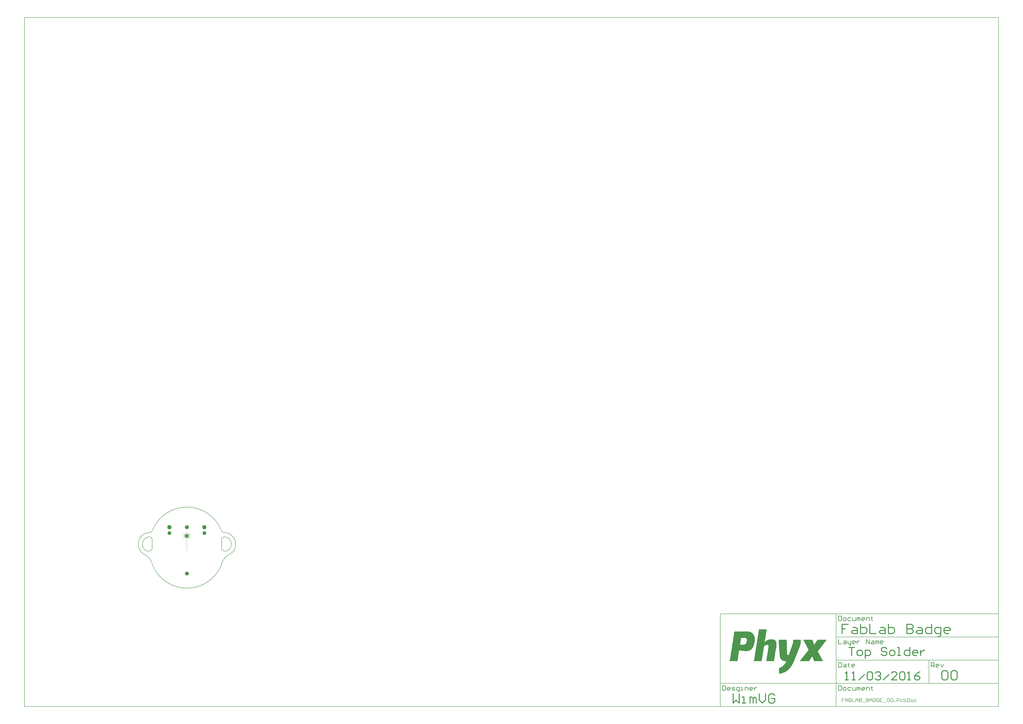
<source format=gts>
G04 Layer_Color=8388736*
%FSLAX25Y25*%
%MOIN*%
G70*
G01*
G75*
%ADD11C,0.01575*%
%ADD12C,0.00787*%
%ADD13C,0.00984*%
%ADD17C,0.06693*%
G04:AMPARAMS|DCode=18|XSize=63.94mil|YSize=63.94mil|CornerRadius=16.97mil|HoleSize=0mil|Usage=FLASHONLY|Rotation=90.000|XOffset=0mil|YOffset=0mil|HoleType=Round|Shape=RoundedRectangle|*
%AMROUNDEDRECTD18*
21,1,0.06394,0.03000,0,0,90.0*
21,1,0.03000,0.06394,0,0,90.0*
1,1,0.03394,0.01500,0.01500*
1,1,0.03394,0.01500,-0.01500*
1,1,0.03394,-0.01500,-0.01500*
1,1,0.03394,-0.01500,0.01500*
%
%ADD18ROUNDEDRECTD18*%
%ADD19C,0.06394*%
G36*
X11Y20433D02*
X94D01*
Y20350D01*
Y20266D01*
Y20183D01*
Y20099D01*
Y20016D01*
Y19932D01*
Y19848D01*
Y19765D01*
Y19681D01*
Y19598D01*
Y19514D01*
Y19431D01*
Y19347D01*
Y19264D01*
Y19180D01*
Y19097D01*
Y19013D01*
Y18929D01*
Y18846D01*
Y18762D01*
Y18679D01*
Y18595D01*
Y18512D01*
Y18428D01*
Y18345D01*
Y18261D01*
Y18178D01*
Y18094D01*
Y18011D01*
Y17927D01*
Y17843D01*
Y17760D01*
Y17676D01*
Y17593D01*
Y17509D01*
Y17426D01*
Y17342D01*
Y17259D01*
Y17175D01*
Y17092D01*
Y17008D01*
Y16925D01*
Y16841D01*
Y16758D01*
Y16674D01*
Y16590D01*
X178D01*
Y16507D01*
X345D01*
Y16590D01*
Y16674D01*
X428D01*
Y16758D01*
Y16841D01*
Y16925D01*
X512D01*
Y17008D01*
Y17092D01*
Y17175D01*
Y17259D01*
X595D01*
Y17342D01*
Y17426D01*
Y17509D01*
Y17593D01*
X679D01*
Y17676D01*
Y17760D01*
Y17843D01*
X930D01*
Y17760D01*
X1013D01*
Y17676D01*
Y17593D01*
X930D01*
Y17509D01*
Y17426D01*
Y17342D01*
Y17259D01*
X846D01*
Y17175D01*
Y17092D01*
Y17008D01*
Y16925D01*
X763D01*
Y16841D01*
Y16758D01*
Y16674D01*
Y16590D01*
X679D01*
Y16507D01*
Y16423D01*
Y16340D01*
X1013D01*
Y16423D01*
Y16507D01*
X1097D01*
Y16590D01*
Y16674D01*
X1180D01*
Y16758D01*
Y16841D01*
X1264D01*
Y16925D01*
X1347D01*
Y17008D01*
Y17092D01*
X1431D01*
Y17175D01*
Y17259D01*
X1515D01*
Y17342D01*
Y17426D01*
X1598D01*
Y17509D01*
X1681D01*
Y17593D01*
Y17676D01*
X1765D01*
Y17760D01*
Y17843D01*
X1849D01*
Y17927D01*
Y18011D01*
X1932D01*
Y18094D01*
X2016D01*
Y18178D01*
Y18261D01*
X2099D01*
Y18345D01*
X2433D01*
Y18261D01*
X2517D01*
Y18178D01*
Y18094D01*
Y18011D01*
X2433D01*
Y17927D01*
Y17843D01*
X2350D01*
Y17760D01*
X2266D01*
Y17676D01*
Y17593D01*
X2183D01*
Y17509D01*
Y17426D01*
X2099D01*
Y17342D01*
Y17259D01*
X2016D01*
Y17175D01*
X1932D01*
Y17092D01*
Y17008D01*
X1849D01*
Y16925D01*
Y16841D01*
X1765D01*
Y16758D01*
Y16674D01*
X1681D01*
Y16590D01*
X1598D01*
Y16507D01*
Y16423D01*
X1515D01*
Y16340D01*
Y16256D01*
X1431D01*
Y16173D01*
X1347D01*
Y16089D01*
X1431D01*
Y16006D01*
X1515D01*
Y15922D01*
X1681D01*
Y16006D01*
X1765D01*
Y16089D01*
X1849D01*
Y16173D01*
X1932D01*
Y16256D01*
X2016D01*
Y16340D01*
X2099D01*
Y16423D01*
X2183D01*
Y16507D01*
X2266D01*
Y16590D01*
X2350D01*
Y16674D01*
X2433D01*
Y16758D01*
X2517D01*
Y16841D01*
X2684D01*
Y16758D01*
X2767D01*
Y16674D01*
Y16590D01*
X2684D01*
Y16507D01*
X2600D01*
Y16423D01*
X2517D01*
Y16340D01*
X2433D01*
Y16256D01*
X2350D01*
Y16173D01*
X2266D01*
Y16089D01*
X2183D01*
Y16006D01*
X2099D01*
Y15922D01*
X2016D01*
Y15839D01*
X1932D01*
Y15755D01*
X1849D01*
Y15672D01*
Y15588D01*
Y15505D01*
X2016D01*
Y15588D01*
X2183D01*
Y15672D01*
X2350D01*
Y15755D01*
X2433D01*
Y15839D01*
X2600D01*
Y15922D01*
X2767D01*
Y16006D01*
X2935D01*
Y16089D01*
X3018D01*
Y16173D01*
X3185D01*
Y16256D01*
X3352D01*
Y16340D01*
X3519D01*
Y16423D01*
X3603D01*
Y16507D01*
X3770D01*
Y16590D01*
X3937D01*
Y16674D01*
X4021D01*
Y16758D01*
X4188D01*
Y16841D01*
X4355D01*
Y16925D01*
X4522D01*
Y17008D01*
X4605D01*
Y17092D01*
X4772D01*
Y17175D01*
X4939D01*
Y17259D01*
X5107D01*
Y17342D01*
X5524D01*
Y17259D01*
X5608D01*
Y17175D01*
Y17092D01*
Y17008D01*
Y16925D01*
X5524D01*
Y16841D01*
X5441D01*
Y16758D01*
X5357D01*
Y16674D01*
X5190D01*
Y16590D01*
X5023D01*
Y16507D01*
X4939D01*
Y16423D01*
X4772D01*
Y16340D01*
X4605D01*
Y16256D01*
X4438D01*
Y16173D01*
X4355D01*
Y16089D01*
X4188D01*
Y16006D01*
X4021D01*
Y15922D01*
X3853D01*
Y15839D01*
X3770D01*
Y15755D01*
X3603D01*
Y15672D01*
X3436D01*
Y15588D01*
X3352D01*
Y15505D01*
X3185D01*
Y15421D01*
X3018D01*
Y15337D01*
X2851D01*
Y15254D01*
X2767D01*
Y15170D01*
X2600D01*
Y15087D01*
X2433D01*
Y15003D01*
X2266D01*
Y14920D01*
Y14836D01*
Y14753D01*
X2517D01*
Y14836D01*
X2851D01*
Y14920D01*
X3185D01*
Y15003D01*
X3436D01*
Y15087D01*
X3686D01*
Y15003D01*
X3770D01*
Y14920D01*
Y14836D01*
X3686D01*
Y14753D01*
X3519D01*
Y14669D01*
X3185D01*
Y14586D01*
X2851D01*
Y14502D01*
X2600D01*
Y14419D01*
X2433D01*
Y14335D01*
Y14252D01*
Y14168D01*
X4772D01*
Y14084D01*
X4856D01*
Y14001D01*
X4939D01*
Y13917D01*
Y13834D01*
Y13750D01*
X4856D01*
Y13667D01*
X2433D01*
Y13583D01*
Y13500D01*
Y13416D01*
Y13333D01*
X2684D01*
Y13249D01*
X3018D01*
Y13165D01*
X3352D01*
Y13082D01*
X3686D01*
Y12998D01*
X3770D01*
Y12915D01*
Y12831D01*
Y12748D01*
X3352D01*
Y12831D01*
X2935D01*
Y12915D01*
X2684D01*
Y12998D01*
X2266D01*
Y12915D01*
Y12831D01*
X2350D01*
Y12748D01*
X2517D01*
Y12664D01*
X2684D01*
Y12581D01*
X2767D01*
Y12497D01*
X2935D01*
Y12414D01*
X3102D01*
Y12330D01*
X3269D01*
Y12247D01*
X3352D01*
Y12163D01*
X3519D01*
Y12079D01*
X3686D01*
Y11996D01*
X3853D01*
Y11913D01*
X3937D01*
Y11829D01*
X4104D01*
Y11745D01*
X4271D01*
Y11662D01*
X4438D01*
Y11578D01*
X4522D01*
Y11495D01*
X4689D01*
Y11411D01*
X4856D01*
Y11328D01*
X4939D01*
Y11244D01*
X5107D01*
Y11161D01*
X5274D01*
Y11077D01*
X5441D01*
Y10994D01*
X5524D01*
Y10910D01*
X5608D01*
Y10826D01*
Y10743D01*
Y10659D01*
Y10576D01*
X5524D01*
Y10492D01*
X5441D01*
Y10409D01*
X5107D01*
Y10492D01*
X5023D01*
Y10576D01*
X4856D01*
Y10659D01*
X4689D01*
Y10743D01*
X4522D01*
Y10826D01*
X4438D01*
Y10910D01*
X4271D01*
Y10994D01*
X4104D01*
Y11077D01*
X3937D01*
Y11161D01*
X3853D01*
Y11244D01*
X3686D01*
Y11328D01*
X3519D01*
Y11411D01*
X3436D01*
Y11495D01*
X3269D01*
Y11578D01*
X3102D01*
Y11662D01*
X2935D01*
Y11745D01*
X2851D01*
Y11829D01*
X2684D01*
Y11913D01*
X2517D01*
Y11996D01*
X2350D01*
Y12079D01*
X2266D01*
Y12163D01*
X2099D01*
Y12247D01*
X1849D01*
Y12163D01*
Y12079D01*
Y11996D01*
X2016D01*
Y11913D01*
X2099D01*
Y11829D01*
X2183D01*
Y11745D01*
X2266D01*
Y11662D01*
X2350D01*
Y11578D01*
X2433D01*
Y11495D01*
X2517D01*
Y11411D01*
X2600D01*
Y11328D01*
X2684D01*
Y11244D01*
X2767D01*
Y11161D01*
Y11077D01*
Y10994D01*
X2433D01*
Y11077D01*
X2350D01*
Y11161D01*
X2266D01*
Y11244D01*
X2183D01*
Y11328D01*
X2099D01*
Y11411D01*
X2016D01*
Y11495D01*
X1932D01*
Y11578D01*
X1849D01*
Y11662D01*
X1765D01*
Y11745D01*
X1681D01*
Y11829D01*
X1431D01*
Y11745D01*
X1347D01*
Y11662D01*
X1431D01*
Y11578D01*
Y11495D01*
X1515D01*
Y11411D01*
Y11328D01*
X1598D01*
Y11244D01*
X1681D01*
Y11161D01*
Y11077D01*
X1765D01*
Y10994D01*
Y10910D01*
X1849D01*
Y10826D01*
X1932D01*
Y10743D01*
Y10659D01*
X2016D01*
Y10576D01*
Y10492D01*
X2099D01*
Y10409D01*
Y10325D01*
X2183D01*
Y10242D01*
Y10158D01*
X2266D01*
Y10075D01*
X2350D01*
Y9991D01*
Y9908D01*
X2433D01*
Y9824D01*
Y9741D01*
X2517D01*
Y9657D01*
Y9573D01*
X2433D01*
Y9490D01*
X2350D01*
Y9406D01*
X2183D01*
Y9490D01*
X2016D01*
Y9573D01*
Y9657D01*
X1932D01*
Y9741D01*
Y9824D01*
X1849D01*
Y9908D01*
Y9991D01*
X1765D01*
Y10075D01*
X1681D01*
Y10158D01*
Y10242D01*
X1598D01*
Y10325D01*
Y10409D01*
X1515D01*
Y10492D01*
X1431D01*
Y10576D01*
Y10659D01*
X1347D01*
Y10743D01*
Y10826D01*
X1264D01*
Y10910D01*
Y10994D01*
X1180D01*
Y11077D01*
X1097D01*
Y11161D01*
Y11244D01*
X1013D01*
Y11328D01*
Y11411D01*
X679D01*
Y11328D01*
Y11244D01*
Y11161D01*
X763D01*
Y11077D01*
Y10994D01*
Y10910D01*
Y10826D01*
X846D01*
Y10743D01*
Y10659D01*
Y10576D01*
X930D01*
Y10492D01*
Y10409D01*
Y10325D01*
Y10242D01*
Y10158D01*
X1013D01*
Y10075D01*
Y9991D01*
X679D01*
Y10075D01*
Y10158D01*
Y10242D01*
X595D01*
Y10325D01*
Y10409D01*
Y10492D01*
X512D01*
Y10576D01*
Y10659D01*
Y10743D01*
Y10826D01*
X428D01*
Y10910D01*
Y10994D01*
Y11077D01*
Y11161D01*
X345D01*
Y11244D01*
X94D01*
Y11161D01*
Y11077D01*
Y10994D01*
Y10910D01*
Y10826D01*
Y10743D01*
Y10659D01*
Y10576D01*
Y10492D01*
Y10409D01*
Y10325D01*
Y10242D01*
Y10158D01*
Y10075D01*
Y9991D01*
Y9908D01*
Y9824D01*
Y9741D01*
Y9657D01*
Y9573D01*
Y9490D01*
Y9406D01*
Y9323D01*
Y9239D01*
Y9156D01*
Y9072D01*
Y8989D01*
Y8905D01*
Y8822D01*
Y8738D01*
Y8655D01*
Y8571D01*
Y8488D01*
Y8404D01*
Y8320D01*
Y8237D01*
Y8153D01*
Y8070D01*
Y7986D01*
Y7903D01*
Y7819D01*
Y7736D01*
Y7652D01*
Y7569D01*
Y7485D01*
Y7401D01*
Y7318D01*
Y7234D01*
Y7151D01*
Y7067D01*
Y6984D01*
Y6900D01*
Y6817D01*
Y6733D01*
Y6650D01*
Y6566D01*
Y6483D01*
Y6399D01*
Y6316D01*
Y6232D01*
Y6148D01*
Y6065D01*
Y5981D01*
Y5898D01*
Y5814D01*
Y5731D01*
Y5647D01*
Y5564D01*
Y5480D01*
Y5397D01*
Y5313D01*
Y5230D01*
Y5146D01*
Y5063D01*
Y4979D01*
Y4895D01*
Y4812D01*
Y4728D01*
Y4645D01*
Y4561D01*
Y4478D01*
Y4394D01*
Y4311D01*
Y4227D01*
Y4144D01*
Y4060D01*
Y3977D01*
Y3893D01*
Y3809D01*
Y3726D01*
Y3642D01*
Y3559D01*
Y3475D01*
Y3392D01*
Y3308D01*
Y3225D01*
Y3141D01*
Y3058D01*
Y2974D01*
Y2891D01*
Y2807D01*
Y2723D01*
Y2640D01*
Y2556D01*
Y2473D01*
Y2389D01*
Y2306D01*
Y2222D01*
Y2139D01*
Y2055D01*
Y1972D01*
Y1888D01*
Y1805D01*
Y1721D01*
Y1637D01*
Y1554D01*
Y1470D01*
Y1387D01*
Y1303D01*
Y1220D01*
Y1136D01*
Y1053D01*
Y969D01*
Y886D01*
Y802D01*
Y719D01*
Y635D01*
Y551D01*
Y468D01*
Y384D01*
Y301D01*
Y217D01*
Y134D01*
Y50D01*
Y-33D01*
Y-117D01*
Y-200D01*
Y-284D01*
Y-367D01*
Y-451D01*
Y-534D01*
Y-618D01*
Y-702D01*
Y-785D01*
Y-869D01*
Y-952D01*
Y-1036D01*
Y-1119D01*
Y-1203D01*
Y-1286D01*
Y-1370D01*
Y-1453D01*
Y-1537D01*
Y-1620D01*
Y-1704D01*
Y-1788D01*
Y-1871D01*
Y-1955D01*
Y-2038D01*
Y-2122D01*
Y-2205D01*
Y-2289D01*
Y-2372D01*
Y-2456D01*
Y-2539D01*
Y-2623D01*
Y-2706D01*
Y-2790D01*
Y-2873D01*
Y-2957D01*
Y-3040D01*
Y-3124D01*
Y-3208D01*
Y-3291D01*
Y-3375D01*
Y-3458D01*
Y-3542D01*
Y-3625D01*
Y-3709D01*
Y-3792D01*
Y-3876D01*
Y-3959D01*
Y-4043D01*
Y-4126D01*
Y-4210D01*
Y-4294D01*
Y-4377D01*
Y-4461D01*
Y-4544D01*
Y-4628D01*
Y-4711D01*
Y-4795D01*
Y-4878D01*
Y-4962D01*
Y-5045D01*
Y-5129D01*
Y-5212D01*
Y-5296D01*
Y-5379D01*
Y-5463D01*
Y-5547D01*
Y-5630D01*
Y-5714D01*
Y-5797D01*
Y-5881D01*
Y-5964D01*
Y-6048D01*
Y-6131D01*
Y-6215D01*
Y-6298D01*
Y-6382D01*
Y-6465D01*
Y-6549D01*
Y-6633D01*
Y-6716D01*
Y-6800D01*
Y-6883D01*
Y-6967D01*
Y-7050D01*
Y-7134D01*
Y-7217D01*
Y-7301D01*
Y-7384D01*
Y-7468D01*
Y-7552D01*
Y-7635D01*
Y-7718D01*
Y-7802D01*
Y-7886D01*
Y-7969D01*
Y-8053D01*
Y-8136D01*
Y-8220D01*
Y-8303D01*
Y-8387D01*
Y-8470D01*
Y-8554D01*
Y-8637D01*
Y-8721D01*
Y-8805D01*
Y-8888D01*
Y-8972D01*
Y-9055D01*
Y-9139D01*
Y-9222D01*
Y-9306D01*
Y-9389D01*
Y-9473D01*
Y-9556D01*
Y-9640D01*
Y-9723D01*
Y-9807D01*
Y-9890D01*
Y-9974D01*
Y-10058D01*
Y-10141D01*
Y-10225D01*
Y-10308D01*
Y-10392D01*
Y-10475D01*
Y-10559D01*
Y-10642D01*
Y-10726D01*
Y-10809D01*
Y-10893D01*
Y-10976D01*
Y-11060D01*
Y-11144D01*
Y-11227D01*
Y-11311D01*
X-73D01*
Y-11394D01*
X-323D01*
Y-11311D01*
X-407D01*
Y-11227D01*
X-490D01*
Y-11144D01*
Y-11060D01*
Y-10976D01*
Y-10893D01*
Y-10809D01*
Y-10726D01*
Y-10642D01*
Y-10559D01*
Y-10475D01*
Y-10392D01*
Y-10308D01*
Y-10225D01*
Y-10141D01*
Y-10058D01*
Y-9974D01*
Y-9890D01*
Y-9807D01*
Y-9723D01*
Y-9640D01*
Y-9556D01*
Y-9473D01*
Y-9389D01*
Y-9306D01*
Y-9222D01*
Y-9139D01*
Y-9055D01*
Y-8972D01*
Y-8888D01*
Y-8805D01*
Y-8721D01*
Y-8637D01*
Y-8554D01*
Y-8470D01*
Y-8387D01*
Y-8303D01*
Y-8220D01*
Y-8136D01*
Y-8053D01*
Y-7969D01*
Y-7886D01*
Y-7802D01*
Y-7718D01*
Y-7635D01*
Y-7552D01*
Y-7468D01*
Y-7384D01*
Y-7301D01*
Y-7217D01*
Y-7134D01*
Y-7050D01*
Y-6967D01*
Y-6883D01*
Y-6800D01*
Y-6716D01*
Y-6633D01*
Y-6549D01*
Y-6465D01*
Y-6382D01*
Y-6298D01*
Y-6215D01*
Y-6131D01*
Y-6048D01*
Y-5964D01*
Y-5881D01*
Y-5797D01*
Y-5714D01*
Y-5630D01*
Y-5547D01*
Y-5463D01*
Y-5379D01*
Y-5296D01*
Y-5212D01*
Y-5129D01*
Y-5045D01*
Y-4962D01*
Y-4878D01*
Y-4795D01*
Y-4711D01*
Y-4628D01*
Y-4544D01*
Y-4461D01*
Y-4377D01*
Y-4294D01*
Y-4210D01*
Y-4126D01*
Y-4043D01*
Y-3959D01*
Y-3876D01*
Y-3792D01*
Y-3709D01*
Y-3625D01*
Y-3542D01*
Y-3458D01*
Y-3375D01*
Y-3291D01*
Y-3208D01*
Y-3124D01*
Y-3040D01*
Y-2957D01*
Y-2873D01*
Y-2790D01*
Y-2706D01*
Y-2623D01*
Y-2539D01*
Y-2456D01*
Y-2372D01*
Y-2289D01*
Y-2205D01*
Y-2122D01*
Y-2038D01*
Y-1955D01*
Y-1871D01*
Y-1788D01*
Y-1704D01*
Y-1620D01*
Y-1537D01*
Y-1453D01*
Y-1370D01*
Y-1286D01*
Y-1203D01*
Y-1119D01*
Y-1036D01*
Y-952D01*
Y-869D01*
Y-785D01*
Y-702D01*
Y-618D01*
Y-534D01*
Y-451D01*
Y-367D01*
Y-284D01*
Y-200D01*
Y-117D01*
Y-33D01*
Y50D01*
Y134D01*
Y217D01*
Y301D01*
Y384D01*
Y468D01*
Y551D01*
Y635D01*
Y719D01*
Y802D01*
Y886D01*
Y969D01*
Y1053D01*
Y1136D01*
Y1220D01*
Y1303D01*
Y1387D01*
Y1470D01*
Y1554D01*
Y1637D01*
Y1721D01*
Y1805D01*
Y1888D01*
Y1972D01*
Y2055D01*
Y2139D01*
Y2222D01*
Y2306D01*
Y2389D01*
Y2473D01*
Y2556D01*
Y2640D01*
Y2723D01*
Y2807D01*
Y2891D01*
Y2974D01*
Y3058D01*
Y3141D01*
Y3225D01*
Y3308D01*
Y3392D01*
Y3475D01*
Y3559D01*
Y3642D01*
Y3726D01*
Y3809D01*
Y3893D01*
Y3977D01*
Y4060D01*
Y4144D01*
Y4227D01*
Y4311D01*
Y4394D01*
Y4478D01*
Y4561D01*
Y4645D01*
Y4728D01*
Y4812D01*
Y4895D01*
Y4979D01*
Y5063D01*
Y5146D01*
Y5230D01*
Y5313D01*
Y5397D01*
Y5480D01*
Y5564D01*
Y5647D01*
Y5731D01*
Y5814D01*
Y5898D01*
Y5981D01*
Y6065D01*
Y6148D01*
Y6232D01*
Y6316D01*
Y6399D01*
Y6483D01*
Y6566D01*
Y6650D01*
Y6733D01*
Y6817D01*
Y6900D01*
Y6984D01*
Y7067D01*
Y7151D01*
Y7234D01*
Y7318D01*
Y7401D01*
Y7485D01*
Y7569D01*
Y7652D01*
Y7736D01*
Y7819D01*
Y7903D01*
Y7986D01*
Y8070D01*
Y8153D01*
Y8237D01*
Y8320D01*
Y8404D01*
Y8488D01*
Y8571D01*
Y8655D01*
Y8738D01*
Y8822D01*
Y8905D01*
Y8989D01*
Y9072D01*
Y9156D01*
Y9239D01*
Y9323D01*
Y9406D01*
Y9490D01*
Y9573D01*
Y9657D01*
Y9741D01*
Y9824D01*
Y9908D01*
Y9991D01*
Y10075D01*
Y10158D01*
Y10242D01*
Y10325D01*
Y10409D01*
Y10492D01*
Y10576D01*
Y10659D01*
Y10743D01*
Y10826D01*
Y10910D01*
Y10994D01*
Y11077D01*
Y11161D01*
Y11244D01*
X-741D01*
Y11161D01*
Y11077D01*
X-825D01*
Y10994D01*
Y10910D01*
Y10826D01*
Y10743D01*
Y10659D01*
X-908D01*
Y10576D01*
Y10492D01*
Y10409D01*
X-992D01*
Y10325D01*
Y10242D01*
Y10158D01*
Y10075D01*
X-1075D01*
Y9991D01*
X-1326D01*
Y10075D01*
Y10158D01*
Y10242D01*
Y10325D01*
Y10409D01*
X-1242D01*
Y10492D01*
Y10576D01*
Y10659D01*
Y10743D01*
X-1159D01*
Y10826D01*
Y10910D01*
Y10994D01*
X-1075D01*
Y11077D01*
Y11161D01*
Y11244D01*
Y11328D01*
Y11411D01*
X-1326D01*
Y11328D01*
X-1409D01*
Y11244D01*
X-1493D01*
Y11161D01*
Y11077D01*
X-1576D01*
Y10994D01*
Y10910D01*
X-1660D01*
Y10826D01*
Y10743D01*
X-1743D01*
Y10659D01*
X-1827D01*
Y10576D01*
Y10492D01*
X-1911D01*
Y10409D01*
Y10325D01*
X-1994D01*
Y10242D01*
X-2078D01*
Y10158D01*
Y10075D01*
X-2161D01*
Y9991D01*
Y9908D01*
X-2245D01*
Y9824D01*
Y9741D01*
X-2328D01*
Y9657D01*
X-2412D01*
Y9573D01*
Y9490D01*
X-2579D01*
Y9406D01*
X-2662D01*
Y9490D01*
X-2829D01*
Y9573D01*
Y9657D01*
Y9741D01*
Y9824D01*
Y9908D01*
X-2746D01*
Y9991D01*
X-2662D01*
Y10075D01*
Y10158D01*
X-2579D01*
Y10242D01*
Y10325D01*
X-2495D01*
Y10409D01*
Y10492D01*
X-2412D01*
Y10576D01*
X-2328D01*
Y10659D01*
Y10743D01*
X-2245D01*
Y10826D01*
Y10910D01*
X-2161D01*
Y10994D01*
X-2078D01*
Y11077D01*
Y11161D01*
X-1994D01*
Y11244D01*
Y11328D01*
X-1911D01*
Y11411D01*
Y11495D01*
X-1827D01*
Y11578D01*
X-1743D01*
Y11662D01*
Y11745D01*
Y11829D01*
X-2078D01*
Y11745D01*
X-2161D01*
Y11662D01*
X-2245D01*
Y11578D01*
X-2328D01*
Y11495D01*
X-2412D01*
Y11411D01*
X-2495D01*
Y11328D01*
X-2579D01*
Y11244D01*
X-2662D01*
Y11161D01*
X-2746D01*
Y11077D01*
X-2829D01*
Y10994D01*
X-3080D01*
Y11077D01*
X-3164D01*
Y11161D01*
X-3080D01*
Y11244D01*
X-2997D01*
Y11328D01*
X-2913D01*
Y11411D01*
X-2829D01*
Y11495D01*
X-2746D01*
Y11578D01*
X-2662D01*
Y11662D01*
X-2579D01*
Y11745D01*
X-2495D01*
Y11829D01*
X-2412D01*
Y11913D01*
X-2328D01*
Y11996D01*
X-2245D01*
Y12079D01*
Y12163D01*
Y12247D01*
X-2495D01*
Y12163D01*
X-2579D01*
Y12079D01*
X-2746D01*
Y11996D01*
X-2913D01*
Y11913D01*
X-3080D01*
Y11829D01*
X-3164D01*
Y11745D01*
X-3331D01*
Y11662D01*
X-3498D01*
Y11578D01*
X-3581D01*
Y11495D01*
X-3748D01*
Y11411D01*
X-3915D01*
Y11328D01*
X-4082D01*
Y11244D01*
X-4166D01*
Y11161D01*
X-4333D01*
Y11077D01*
X-4500D01*
Y10994D01*
X-4667D01*
Y10910D01*
X-4751D01*
Y10826D01*
X-4918D01*
Y10743D01*
X-5085D01*
Y10659D01*
X-5252D01*
Y10576D01*
X-5336D01*
Y10492D01*
X-5503D01*
Y10409D01*
X-5837D01*
Y10492D01*
X-5920D01*
Y10576D01*
X-6004D01*
Y10659D01*
Y10743D01*
Y10826D01*
X-5920D01*
Y10910D01*
Y10994D01*
X-5753D01*
Y11077D01*
X-5670D01*
Y11161D01*
X-5503D01*
Y11244D01*
X-5336D01*
Y11328D01*
X-5168D01*
Y11411D01*
X-5085D01*
Y11495D01*
X-4918D01*
Y11578D01*
X-4751D01*
Y11662D01*
X-4584D01*
Y11745D01*
X-4500D01*
Y11829D01*
X-4333D01*
Y11913D01*
X-4166D01*
Y11996D01*
X-3999D01*
Y12079D01*
X-3915D01*
Y12163D01*
X-3748D01*
Y12247D01*
X-3581D01*
Y12330D01*
X-3414D01*
Y12414D01*
X-3331D01*
Y12497D01*
X-3164D01*
Y12581D01*
X-2997D01*
Y12664D01*
X-2913D01*
Y12748D01*
X-2746D01*
Y12831D01*
X-2662D01*
Y12915D01*
Y12998D01*
X-3080D01*
Y12915D01*
X-3331D01*
Y12831D01*
X-3665D01*
Y12748D01*
X-4082D01*
Y12831D01*
X-4166D01*
Y12915D01*
X-4082D01*
Y12998D01*
X-3999D01*
Y13082D01*
X-3665D01*
Y13165D01*
X-3414D01*
Y13249D01*
X-3080D01*
Y13333D01*
X-2829D01*
Y13416D01*
Y13500D01*
Y13583D01*
Y13667D01*
X-5252D01*
Y13750D01*
Y13834D01*
X-5336D01*
Y13917D01*
X-5252D01*
Y14001D01*
Y14084D01*
X-5085D01*
Y14168D01*
X-2829D01*
Y14252D01*
Y14335D01*
Y14419D01*
X-2913D01*
Y14502D01*
X-3247D01*
Y14586D01*
X-3581D01*
Y14669D01*
X-3832D01*
Y14753D01*
X-4082D01*
Y14836D01*
X-4166D01*
Y14920D01*
X-4082D01*
Y15003D01*
Y15087D01*
X-3832D01*
Y15003D01*
X-3498D01*
Y14920D01*
X-3247D01*
Y14836D01*
X-2913D01*
Y14753D01*
X-2662D01*
Y14836D01*
Y14920D01*
Y15003D01*
X-2829D01*
Y15087D01*
X-2997D01*
Y15170D01*
X-3080D01*
Y15254D01*
X-3247D01*
Y15337D01*
X-3414D01*
Y15421D01*
X-3581D01*
Y15505D01*
X-3665D01*
Y15588D01*
X-3832D01*
Y15672D01*
X-3999D01*
Y15755D01*
X-4082D01*
Y15839D01*
X-4250D01*
Y15922D01*
X-4417D01*
Y16006D01*
X-4584D01*
Y16089D01*
X-4667D01*
Y16173D01*
X-4834D01*
Y16256D01*
X-5001D01*
Y16340D01*
X-5168D01*
Y16423D01*
X-5252D01*
Y16507D01*
X-5419D01*
Y16590D01*
X-5586D01*
Y16674D01*
X-5753D01*
Y16758D01*
X-5837D01*
Y16841D01*
X-5920D01*
Y16925D01*
X-6004D01*
Y17008D01*
Y17092D01*
Y17175D01*
X-5920D01*
Y17259D01*
X-5837D01*
Y17342D01*
X-5419D01*
Y17259D01*
X-5252D01*
Y17175D01*
X-5168D01*
Y17092D01*
X-5001D01*
Y17008D01*
X-4834D01*
Y16925D01*
X-4751D01*
Y16841D01*
X-4584D01*
Y16758D01*
X-4417D01*
Y16674D01*
X-4250D01*
Y16590D01*
X-4166D01*
Y16507D01*
X-3999D01*
Y16423D01*
X-3832D01*
Y16340D01*
X-3665D01*
Y16256D01*
X-3581D01*
Y16173D01*
X-3414D01*
Y16089D01*
X-3247D01*
Y16006D01*
X-3080D01*
Y15922D01*
X-2997D01*
Y15839D01*
X-2829D01*
Y15755D01*
X-2662D01*
Y15672D01*
X-2579D01*
Y15588D01*
X-2412D01*
Y15505D01*
X-2245D01*
Y15588D01*
Y15672D01*
Y15755D01*
X-2328D01*
Y15839D01*
X-2412D01*
Y15922D01*
X-2495D01*
Y16006D01*
X-2579D01*
Y16089D01*
X-2662D01*
Y16173D01*
X-2746D01*
Y16256D01*
X-2829D01*
Y16340D01*
X-2913D01*
Y16423D01*
X-2997D01*
Y16507D01*
X-3080D01*
Y16590D01*
X-3164D01*
Y16674D01*
X-3080D01*
Y16758D01*
Y16841D01*
X-2829D01*
Y16758D01*
X-2746D01*
Y16674D01*
X-2662D01*
Y16590D01*
X-2579D01*
Y16507D01*
X-2495D01*
Y16423D01*
X-2412D01*
Y16340D01*
X-2328D01*
Y16256D01*
X-2245D01*
Y16173D01*
X-2161D01*
Y16089D01*
X-2078D01*
Y16006D01*
X-1994D01*
Y15922D01*
X-1827D01*
Y16006D01*
X-1743D01*
Y16089D01*
Y16173D01*
X-1827D01*
Y16256D01*
Y16340D01*
X-1911D01*
Y16423D01*
X-1994D01*
Y16507D01*
Y16590D01*
X-2078D01*
Y16674D01*
Y16758D01*
X-2161D01*
Y16841D01*
Y16925D01*
X-2245D01*
Y17008D01*
X-2328D01*
Y17092D01*
Y17175D01*
X-2412D01*
Y17259D01*
Y17342D01*
X-2495D01*
Y17426D01*
Y17509D01*
X-2579D01*
Y17593D01*
X-2662D01*
Y17676D01*
Y17760D01*
X-2746D01*
Y17843D01*
Y17927D01*
X-2829D01*
Y18011D01*
Y18094D01*
Y18178D01*
Y18261D01*
X-2746D01*
Y18345D01*
X-2495D01*
Y18261D01*
X-2412D01*
Y18178D01*
X-2328D01*
Y18094D01*
Y18011D01*
X-2245D01*
Y17927D01*
Y17843D01*
X-2161D01*
Y17760D01*
X-2078D01*
Y17676D01*
Y17593D01*
X-1994D01*
Y17509D01*
Y17426D01*
X-1911D01*
Y17342D01*
X-1827D01*
Y17259D01*
Y17175D01*
X-1743D01*
Y17092D01*
Y17008D01*
X-1660D01*
Y16925D01*
Y16841D01*
X-1576D01*
Y16758D01*
X-1493D01*
Y16674D01*
Y16590D01*
X-1409D01*
Y16507D01*
Y16423D01*
X-1326D01*
Y16340D01*
X-1075D01*
Y16423D01*
Y16507D01*
Y16590D01*
Y16674D01*
Y16758D01*
X-1159D01*
Y16841D01*
Y16925D01*
Y17008D01*
X-1242D01*
Y17092D01*
Y17175D01*
Y17259D01*
Y17342D01*
Y17426D01*
X-1326D01*
Y17509D01*
Y17593D01*
Y17676D01*
Y17760D01*
Y17843D01*
X-1075D01*
Y17760D01*
X-992D01*
Y17676D01*
Y17593D01*
Y17509D01*
Y17426D01*
Y17342D01*
X-908D01*
Y17259D01*
Y17175D01*
Y17092D01*
X-825D01*
Y17008D01*
Y16925D01*
Y16841D01*
Y16758D01*
X-741D01*
Y16674D01*
Y16590D01*
Y16507D01*
X-490D01*
Y16590D01*
Y16674D01*
Y16758D01*
Y16841D01*
Y16925D01*
Y17008D01*
Y17092D01*
Y17175D01*
Y17259D01*
Y17342D01*
Y17426D01*
Y17509D01*
Y17593D01*
Y17676D01*
Y17760D01*
Y17843D01*
Y17927D01*
Y18011D01*
Y18094D01*
Y18178D01*
Y18261D01*
Y18345D01*
Y18428D01*
Y18512D01*
Y18595D01*
Y18679D01*
Y18762D01*
Y18846D01*
Y18929D01*
Y19013D01*
Y19097D01*
Y19180D01*
Y19264D01*
Y19347D01*
Y19431D01*
Y19514D01*
Y19598D01*
Y19681D01*
Y19765D01*
Y19848D01*
Y19932D01*
Y20016D01*
Y20099D01*
Y20183D01*
Y20266D01*
Y20350D01*
Y20433D01*
X-407D01*
Y20517D01*
X11D01*
Y20433D01*
D02*
G37*
G36*
X1042339Y-162457D02*
Y-162743D01*
Y-163030D01*
Y-163316D01*
Y-163602D01*
Y-163889D01*
Y-164175D01*
Y-164461D01*
Y-164748D01*
Y-165034D01*
Y-165320D01*
Y-165607D01*
Y-165893D01*
Y-166179D01*
Y-166466D01*
Y-166752D01*
Y-167038D01*
Y-167324D01*
Y-167611D01*
Y-167897D01*
Y-168183D01*
X1042053D01*
Y-168470D01*
Y-168756D01*
Y-169042D01*
Y-169329D01*
Y-169615D01*
X1041767D01*
Y-169901D01*
Y-170188D01*
Y-170474D01*
Y-170760D01*
X1041481D01*
Y-171047D01*
Y-171333D01*
Y-171619D01*
Y-171906D01*
X1041194D01*
Y-172192D01*
Y-172478D01*
Y-172764D01*
X1040908D01*
Y-173051D01*
Y-173337D01*
Y-173623D01*
X1040622D01*
Y-173910D01*
Y-174196D01*
Y-174482D01*
X1040335D01*
Y-174769D01*
Y-175055D01*
Y-175341D01*
X1040049D01*
Y-175628D01*
Y-175914D01*
X1039763D01*
Y-176200D01*
Y-176487D01*
X1039476D01*
Y-176773D01*
Y-177059D01*
Y-177345D01*
X1039190D01*
Y-177632D01*
Y-177918D01*
X1038904D01*
Y-178204D01*
Y-178491D01*
Y-178777D01*
X1038617D01*
Y-179063D01*
Y-179350D01*
X1038331D01*
Y-179636D01*
Y-179922D01*
Y-180209D01*
X1038045D01*
Y-180495D01*
Y-180781D01*
X1037758D01*
Y-181068D01*
Y-181354D01*
Y-181640D01*
X1037472D01*
Y-181926D01*
Y-182213D01*
X1037186D01*
Y-182499D01*
Y-182785D01*
Y-183072D01*
X1036899D01*
Y-183358D01*
Y-183644D01*
X1036613D01*
Y-183931D01*
Y-184217D01*
Y-184503D01*
X1036327D01*
Y-184790D01*
Y-185076D01*
X1036041D01*
Y-185362D01*
Y-185649D01*
Y-185935D01*
X1035754D01*
Y-186221D01*
Y-186507D01*
X1035468D01*
Y-186794D01*
Y-187080D01*
Y-187366D01*
X1035182D01*
Y-187653D01*
Y-187939D01*
X1034895D01*
Y-188225D01*
Y-188512D01*
Y-188798D01*
X1034609D01*
Y-189084D01*
Y-189371D01*
X1034323D01*
Y-189657D01*
Y-189943D01*
Y-190229D01*
X1034036D01*
Y-190516D01*
Y-190802D01*
X1033750D01*
Y-191088D01*
Y-191375D01*
Y-191661D01*
X1033464D01*
Y-191947D01*
Y-192234D01*
X1033177D01*
Y-192520D01*
Y-192806D01*
Y-193093D01*
X1032891D01*
Y-193379D01*
Y-193665D01*
X1032605D01*
Y-193952D01*
Y-194238D01*
Y-194524D01*
X1032318D01*
Y-194810D01*
Y-195097D01*
X1032032D01*
Y-195383D01*
Y-195669D01*
Y-195956D01*
X1031746D01*
Y-196242D01*
Y-196528D01*
X1031460D01*
Y-196815D01*
Y-197101D01*
Y-197387D01*
X1031173D01*
Y-197674D01*
Y-197960D01*
X1030887D01*
Y-198246D01*
Y-198533D01*
Y-198819D01*
X1030601D01*
Y-199105D01*
Y-199391D01*
X1030314D01*
Y-199678D01*
Y-199964D01*
X1030028D01*
Y-200251D01*
Y-200537D01*
X1029742D01*
Y-200823D01*
Y-201109D01*
Y-201396D01*
X1029455D01*
Y-201682D01*
X1029169D01*
Y-201968D01*
Y-202255D01*
Y-202541D01*
X1028883D01*
Y-202827D01*
X1028596D01*
Y-203114D01*
Y-203400D01*
X1028310D01*
Y-203686D01*
Y-203973D01*
X1028024D01*
Y-204259D01*
Y-204545D01*
X1027738D01*
Y-204832D01*
Y-205118D01*
X1027451D01*
Y-205404D01*
X1027165D01*
Y-205690D01*
Y-205977D01*
X1026879D01*
Y-206263D01*
Y-206549D01*
X1026592D01*
Y-206836D01*
X1026306D01*
Y-207122D01*
X1026020D01*
Y-207408D01*
Y-207695D01*
X1025733D01*
Y-207981D01*
X1025447D01*
Y-208267D01*
Y-208554D01*
X1025161D01*
Y-208840D01*
X1024874D01*
Y-209126D01*
X1024588D01*
Y-209413D01*
Y-209699D01*
X1024302D01*
Y-209985D01*
X1024015D01*
Y-210271D01*
X1023729D01*
Y-210558D01*
X1023443D01*
Y-210844D01*
X1023157D01*
Y-211130D01*
Y-211417D01*
X1022870D01*
Y-211703D01*
X1022584D01*
Y-211989D01*
X1022297D01*
Y-212276D01*
X1022011D01*
Y-212562D01*
X1021725D01*
Y-212848D01*
X1021439D01*
Y-213135D01*
X1021152D01*
Y-213421D01*
X1020580D01*
Y-213707D01*
X1020293D01*
Y-213994D01*
X1020007D01*
Y-214280D01*
X1019721D01*
Y-214566D01*
X1019434D01*
Y-214852D01*
X1018862D01*
Y-215139D01*
X1018575D01*
Y-215425D01*
X1018003D01*
Y-215711D01*
X1017717D01*
Y-215998D01*
X1017144D01*
Y-216284D01*
X1016858D01*
Y-216570D01*
X1016285D01*
Y-216857D01*
X1015712D01*
Y-217143D01*
X1015140D01*
Y-217429D01*
X1014567D01*
Y-217716D01*
X1013995D01*
Y-218002D01*
X1013136D01*
Y-218288D01*
X1012563D01*
Y-218575D01*
X1011704D01*
Y-218861D01*
X1010559D01*
Y-219147D01*
X1009414D01*
Y-219433D01*
X1007696D01*
Y-219720D01*
X1005691D01*
Y-220006D01*
X1005405D01*
Y-219720D01*
Y-219433D01*
Y-219147D01*
Y-218861D01*
Y-218575D01*
Y-218288D01*
Y-218002D01*
Y-217716D01*
Y-217429D01*
Y-217143D01*
Y-216857D01*
Y-216570D01*
Y-216284D01*
Y-215998D01*
Y-215711D01*
Y-215425D01*
Y-215139D01*
Y-214852D01*
Y-214566D01*
Y-214280D01*
Y-213994D01*
Y-213707D01*
Y-213421D01*
Y-213135D01*
Y-212848D01*
Y-212562D01*
Y-212276D01*
Y-211989D01*
Y-211703D01*
Y-211417D01*
Y-211130D01*
Y-210844D01*
Y-210558D01*
X1005978D01*
Y-210271D01*
X1006550D01*
Y-209985D01*
X1007123D01*
Y-209699D01*
X1007696D01*
Y-209413D01*
X1008268D01*
Y-209126D01*
X1008841D01*
Y-208840D01*
X1009127D01*
Y-208554D01*
X1009700D01*
Y-208267D01*
X1009986D01*
Y-207981D01*
X1010559D01*
Y-207695D01*
X1010845D01*
Y-207408D01*
X1011131D01*
Y-207122D01*
X1011704D01*
Y-206836D01*
X1011990D01*
Y-206549D01*
X1012277D01*
Y-206263D01*
X1012563D01*
Y-205977D01*
X1012849D01*
Y-205690D01*
X1013136D01*
Y-205404D01*
X1013422D01*
Y-205118D01*
X1013708D01*
Y-204832D01*
X1013995D01*
Y-204545D01*
X1014281D01*
Y-204259D01*
X1014567D01*
Y-203973D01*
X1014853D01*
Y-203686D01*
Y-203400D01*
X1015140D01*
Y-203114D01*
X1015426D01*
Y-202827D01*
X1015712D01*
Y-202541D01*
Y-202255D01*
X1015999D01*
Y-201968D01*
X1016285D01*
Y-201682D01*
Y-201396D01*
X1016571D01*
Y-201109D01*
Y-200823D01*
X1016858D01*
Y-200537D01*
X1017144D01*
Y-200251D01*
Y-199964D01*
X1017430D01*
Y-199678D01*
Y-199391D01*
X1017717D01*
Y-199105D01*
Y-198819D01*
X1015999D01*
Y-198533D01*
X1013995D01*
Y-198246D01*
X1012849D01*
Y-197960D01*
X1012277D01*
Y-197674D01*
X1011418D01*
Y-197387D01*
X1010845D01*
Y-197101D01*
X1010559D01*
Y-196815D01*
X1009986D01*
Y-196528D01*
X1009700D01*
Y-196242D01*
X1009414D01*
Y-195956D01*
X1009127D01*
Y-195669D01*
X1008841D01*
Y-195383D01*
X1008554D01*
Y-195097D01*
Y-194810D01*
X1008268D01*
Y-194524D01*
X1007982D01*
Y-194238D01*
Y-193952D01*
X1007696D01*
Y-193665D01*
Y-193379D01*
X1007409D01*
Y-193093D01*
Y-192806D01*
X1007123D01*
Y-192520D01*
Y-192234D01*
Y-191947D01*
X1006837D01*
Y-191661D01*
Y-191375D01*
Y-191088D01*
Y-190802D01*
X1006550D01*
Y-190516D01*
Y-190229D01*
Y-189943D01*
Y-189657D01*
Y-189371D01*
Y-189084D01*
Y-188798D01*
X1006264D01*
Y-188512D01*
Y-188225D01*
Y-187939D01*
Y-187653D01*
Y-187366D01*
Y-187080D01*
Y-186794D01*
Y-186507D01*
Y-186221D01*
Y-185935D01*
Y-185649D01*
Y-185362D01*
Y-185076D01*
Y-184790D01*
Y-184503D01*
X1005978D01*
Y-184217D01*
Y-183931D01*
Y-183644D01*
Y-183358D01*
Y-183072D01*
Y-182785D01*
Y-182499D01*
Y-182213D01*
Y-181926D01*
Y-181640D01*
Y-181354D01*
Y-181068D01*
Y-180781D01*
Y-180495D01*
Y-180209D01*
X1005691D01*
Y-179922D01*
Y-179636D01*
Y-179350D01*
Y-179063D01*
Y-178777D01*
Y-178491D01*
Y-178204D01*
Y-177918D01*
Y-177632D01*
Y-177345D01*
Y-177059D01*
Y-176773D01*
Y-176487D01*
Y-176200D01*
Y-175914D01*
Y-175628D01*
X1005405D01*
Y-175341D01*
Y-175055D01*
Y-174769D01*
Y-174482D01*
Y-174196D01*
Y-173910D01*
Y-173623D01*
Y-173337D01*
Y-173051D01*
Y-172764D01*
Y-172478D01*
Y-172192D01*
Y-171906D01*
Y-171619D01*
Y-171333D01*
Y-171047D01*
X1005119D01*
Y-170760D01*
Y-170474D01*
Y-170188D01*
Y-169901D01*
Y-169615D01*
Y-169329D01*
Y-169042D01*
Y-168756D01*
Y-168470D01*
Y-168183D01*
Y-167897D01*
Y-167611D01*
Y-167324D01*
Y-167038D01*
X1004832D01*
Y-166752D01*
Y-166466D01*
Y-166179D01*
Y-165893D01*
Y-165607D01*
Y-165320D01*
Y-165034D01*
Y-164748D01*
Y-164461D01*
Y-164175D01*
Y-163889D01*
Y-163602D01*
Y-163316D01*
Y-163030D01*
Y-162743D01*
Y-162457D01*
X1004546D01*
Y-162171D01*
X1018289D01*
Y-162457D01*
Y-162743D01*
Y-163030D01*
Y-163316D01*
Y-163602D01*
Y-163889D01*
Y-164175D01*
Y-164461D01*
Y-164748D01*
Y-165034D01*
Y-165320D01*
Y-165607D01*
Y-165893D01*
Y-166179D01*
X1018575D01*
Y-166466D01*
Y-166752D01*
Y-167038D01*
Y-167324D01*
Y-167611D01*
Y-167897D01*
Y-168183D01*
Y-168470D01*
Y-168756D01*
Y-169042D01*
Y-169329D01*
Y-169615D01*
Y-169901D01*
Y-170188D01*
Y-170474D01*
Y-170760D01*
Y-171047D01*
Y-171333D01*
Y-171619D01*
Y-171906D01*
Y-172192D01*
Y-172478D01*
Y-172764D01*
Y-173051D01*
Y-173337D01*
Y-173623D01*
Y-173910D01*
Y-174196D01*
Y-174482D01*
Y-174769D01*
Y-175055D01*
Y-175341D01*
Y-175628D01*
Y-175914D01*
Y-176200D01*
Y-176487D01*
Y-176773D01*
Y-177059D01*
Y-177345D01*
Y-177632D01*
Y-177918D01*
X1018862D01*
Y-178204D01*
X1018575D01*
Y-178491D01*
Y-178777D01*
X1018862D01*
Y-179063D01*
Y-179350D01*
Y-179636D01*
Y-179922D01*
Y-180209D01*
Y-180495D01*
Y-180781D01*
Y-181068D01*
Y-181354D01*
Y-181640D01*
Y-181926D01*
Y-182213D01*
Y-182499D01*
Y-182785D01*
Y-183072D01*
Y-183358D01*
Y-183644D01*
Y-183931D01*
Y-184217D01*
Y-184503D01*
Y-184790D01*
Y-185076D01*
Y-185362D01*
Y-185649D01*
Y-185935D01*
Y-186221D01*
X1019148D01*
Y-186507D01*
Y-186794D01*
Y-187080D01*
X1019434D01*
Y-187366D01*
X1019721D01*
Y-187653D01*
X1020007D01*
Y-187939D01*
X1020866D01*
Y-188225D01*
X1021725D01*
Y-187939D01*
X1022011D01*
Y-187653D01*
Y-187366D01*
Y-187080D01*
X1022297D01*
Y-186794D01*
Y-186507D01*
X1022584D01*
Y-186221D01*
Y-185935D01*
Y-185649D01*
X1022870D01*
Y-185362D01*
Y-185076D01*
Y-184790D01*
X1023157D01*
Y-184503D01*
Y-184217D01*
Y-183931D01*
X1023443D01*
Y-183644D01*
Y-183358D01*
Y-183072D01*
X1023729D01*
Y-182785D01*
Y-182499D01*
X1024015D01*
Y-182213D01*
Y-181926D01*
Y-181640D01*
X1024302D01*
Y-181354D01*
Y-181068D01*
Y-180781D01*
X1024588D01*
Y-180495D01*
Y-180209D01*
Y-179922D01*
X1024874D01*
Y-179636D01*
Y-179350D01*
X1025161D01*
Y-179063D01*
Y-178777D01*
Y-178491D01*
X1025447D01*
Y-178204D01*
Y-177918D01*
Y-177632D01*
X1025733D01*
Y-177345D01*
Y-177059D01*
Y-176773D01*
X1026020D01*
Y-176487D01*
Y-176200D01*
X1026306D01*
Y-175914D01*
Y-175628D01*
Y-175341D01*
X1026592D01*
Y-175055D01*
Y-174769D01*
Y-174482D01*
X1026879D01*
Y-174196D01*
Y-173910D01*
Y-173623D01*
X1027165D01*
Y-173337D01*
Y-173051D01*
X1027451D01*
Y-172764D01*
Y-172478D01*
Y-172192D01*
X1027738D01*
Y-171906D01*
Y-171619D01*
Y-171333D01*
X1028024D01*
Y-171047D01*
Y-170760D01*
Y-170474D01*
X1028310D01*
Y-170188D01*
Y-169901D01*
Y-169615D01*
Y-169329D01*
X1028596D01*
Y-169042D01*
Y-168756D01*
Y-168470D01*
Y-168183D01*
X1028883D01*
Y-167897D01*
Y-167611D01*
Y-167324D01*
Y-167038D01*
Y-166752D01*
X1029169D01*
Y-166466D01*
Y-166179D01*
Y-165893D01*
Y-165607D01*
Y-165320D01*
Y-165034D01*
X1029455D01*
Y-164748D01*
Y-164461D01*
Y-164175D01*
Y-163889D01*
Y-163602D01*
Y-163316D01*
Y-163030D01*
Y-162743D01*
Y-162457D01*
Y-162171D01*
X1042339D01*
Y-162457D01*
D02*
G37*
G36*
X984504Y-144992D02*
Y-145278D01*
X984218D01*
Y-145565D01*
Y-145851D01*
Y-146137D01*
Y-146424D01*
Y-146710D01*
Y-146996D01*
X983932D01*
Y-147283D01*
Y-147569D01*
Y-147855D01*
Y-148142D01*
Y-148428D01*
Y-148714D01*
X983645D01*
Y-149001D01*
Y-149287D01*
Y-149573D01*
Y-149859D01*
Y-150146D01*
Y-150432D01*
Y-150718D01*
X983359D01*
Y-151005D01*
Y-151291D01*
Y-151577D01*
Y-151864D01*
Y-152150D01*
Y-152436D01*
X983073D01*
Y-152723D01*
Y-153009D01*
Y-153295D01*
Y-153582D01*
Y-153868D01*
Y-154154D01*
X982786D01*
Y-154440D01*
Y-154727D01*
Y-155013D01*
Y-155299D01*
Y-155586D01*
Y-155872D01*
Y-156158D01*
X982500D01*
Y-156445D01*
Y-156731D01*
Y-157017D01*
Y-157304D01*
Y-157590D01*
Y-157876D01*
X982214D01*
Y-158162D01*
Y-158449D01*
Y-158735D01*
Y-159021D01*
Y-159308D01*
Y-159594D01*
X981927D01*
Y-159880D01*
Y-160167D01*
Y-160453D01*
Y-160739D01*
Y-161026D01*
Y-161312D01*
X981641D01*
Y-161598D01*
Y-161884D01*
Y-162171D01*
Y-162457D01*
Y-162743D01*
Y-163030D01*
Y-163316D01*
X981355D01*
Y-163602D01*
Y-163889D01*
Y-164175D01*
Y-164461D01*
Y-164748D01*
Y-165034D01*
X981069D01*
Y-165320D01*
Y-165607D01*
X981641D01*
Y-165320D01*
X981927D01*
Y-165034D01*
X982214D01*
Y-164748D01*
X982786D01*
Y-164461D01*
X983073D01*
Y-164175D01*
X983359D01*
Y-163889D01*
X983932D01*
Y-163602D01*
X984504D01*
Y-163316D01*
X984791D01*
Y-163030D01*
X985363D01*
Y-162743D01*
X986222D01*
Y-162457D01*
X986795D01*
Y-162171D01*
X987654D01*
Y-161884D01*
X989085D01*
Y-161598D01*
X995384D01*
Y-161884D01*
X996529D01*
Y-162171D01*
X997388D01*
Y-162457D01*
X997961D01*
Y-162743D01*
X998247D01*
Y-163030D01*
X998820D01*
Y-163316D01*
X999106D01*
Y-163602D01*
X999393D01*
Y-163889D01*
X999679D01*
Y-164175D01*
X999965D01*
Y-164461D01*
Y-164748D01*
X1000251D01*
Y-165034D01*
Y-165320D01*
X1000538D01*
Y-165607D01*
Y-165893D01*
Y-166179D01*
X1000824D01*
Y-166466D01*
Y-166752D01*
Y-167038D01*
Y-167324D01*
X1001110D01*
Y-167611D01*
Y-167897D01*
Y-168183D01*
Y-168470D01*
Y-168756D01*
Y-169042D01*
Y-169329D01*
Y-169615D01*
Y-169901D01*
Y-170188D01*
Y-170474D01*
Y-170760D01*
Y-171047D01*
Y-171333D01*
Y-171619D01*
Y-171906D01*
Y-172192D01*
Y-172478D01*
X1000824D01*
Y-172764D01*
Y-173051D01*
Y-173337D01*
Y-173623D01*
Y-173910D01*
Y-174196D01*
Y-174482D01*
X1000538D01*
Y-174769D01*
Y-175055D01*
Y-175341D01*
Y-175628D01*
Y-175914D01*
Y-176200D01*
Y-176487D01*
X1000251D01*
Y-176773D01*
Y-177059D01*
Y-177345D01*
Y-177632D01*
Y-177918D01*
Y-178204D01*
X999965D01*
Y-178491D01*
Y-178777D01*
Y-179063D01*
Y-179350D01*
Y-179636D01*
Y-179922D01*
X999679D01*
Y-180209D01*
Y-180495D01*
Y-180781D01*
Y-181068D01*
Y-181354D01*
Y-181640D01*
X999393D01*
Y-181926D01*
Y-182213D01*
Y-182499D01*
Y-182785D01*
Y-183072D01*
Y-183358D01*
Y-183644D01*
X999106D01*
Y-183931D01*
Y-184217D01*
Y-184503D01*
Y-184790D01*
Y-185076D01*
Y-185362D01*
X998820D01*
Y-185649D01*
Y-185935D01*
Y-186221D01*
Y-186507D01*
Y-186794D01*
Y-187080D01*
X998534D01*
Y-187366D01*
Y-187653D01*
Y-187939D01*
Y-188225D01*
Y-188512D01*
Y-188798D01*
Y-189084D01*
X998247D01*
Y-189371D01*
Y-189657D01*
Y-189943D01*
Y-190229D01*
Y-190516D01*
Y-190802D01*
X997961D01*
Y-191088D01*
Y-191375D01*
Y-191661D01*
Y-191947D01*
Y-192234D01*
Y-192520D01*
X997675D01*
Y-192806D01*
Y-193093D01*
Y-193379D01*
Y-193665D01*
Y-193952D01*
Y-194238D01*
X997388D01*
Y-194524D01*
Y-194810D01*
Y-195097D01*
Y-195383D01*
Y-195669D01*
Y-195956D01*
Y-196242D01*
X997102D01*
Y-196528D01*
Y-196815D01*
Y-197101D01*
Y-197387D01*
Y-197674D01*
Y-197960D01*
X996816D01*
Y-198246D01*
Y-198533D01*
X983645D01*
Y-198246D01*
Y-197960D01*
X983932D01*
Y-197674D01*
Y-197387D01*
Y-197101D01*
Y-196815D01*
Y-196528D01*
Y-196242D01*
X984218D01*
Y-195956D01*
Y-195669D01*
Y-195383D01*
Y-195097D01*
Y-194810D01*
Y-194524D01*
Y-194238D01*
X984504D01*
Y-193952D01*
Y-193665D01*
Y-193379D01*
Y-193093D01*
Y-192806D01*
Y-192520D01*
X984791D01*
Y-192234D01*
Y-191947D01*
Y-191661D01*
Y-191375D01*
Y-191088D01*
Y-190802D01*
X985077D01*
Y-190516D01*
Y-190229D01*
Y-189943D01*
Y-189657D01*
Y-189371D01*
Y-189084D01*
Y-188798D01*
X985363D01*
Y-188512D01*
Y-188225D01*
Y-187939D01*
Y-187653D01*
Y-187366D01*
Y-187080D01*
X985649D01*
Y-186794D01*
Y-186507D01*
Y-186221D01*
Y-185935D01*
Y-185649D01*
Y-185362D01*
Y-185076D01*
X985936D01*
Y-184790D01*
Y-184503D01*
Y-184217D01*
Y-183931D01*
Y-183644D01*
Y-183358D01*
X986222D01*
Y-183072D01*
Y-182785D01*
Y-182499D01*
Y-182213D01*
Y-181926D01*
Y-181640D01*
X986508D01*
Y-181354D01*
Y-181068D01*
Y-180781D01*
Y-180495D01*
Y-180209D01*
Y-179922D01*
X986795D01*
Y-179636D01*
Y-179350D01*
Y-179063D01*
Y-178777D01*
Y-178491D01*
Y-178204D01*
Y-177918D01*
X987081D01*
Y-177632D01*
Y-177345D01*
Y-177059D01*
Y-176773D01*
Y-176487D01*
Y-176200D01*
X987367D01*
Y-175914D01*
Y-175628D01*
Y-175341D01*
Y-175055D01*
Y-174769D01*
Y-174482D01*
Y-174196D01*
X987654D01*
Y-173910D01*
Y-173623D01*
Y-173337D01*
Y-173051D01*
Y-172764D01*
Y-172478D01*
X987367D01*
Y-172192D01*
Y-171906D01*
X987081D01*
Y-171619D01*
X986795D01*
Y-171333D01*
X986222D01*
Y-171047D01*
X984504D01*
Y-171333D01*
X983073D01*
Y-171619D01*
X982214D01*
Y-171906D01*
X981641D01*
Y-172192D01*
X981355D01*
Y-172478D01*
X980782D01*
Y-172764D01*
X980496D01*
Y-173051D01*
X980210D01*
Y-173337D01*
Y-173623D01*
X979923D01*
Y-173910D01*
Y-174196D01*
Y-174482D01*
X979637D01*
Y-174769D01*
Y-175055D01*
Y-175341D01*
Y-175628D01*
Y-175914D01*
Y-176200D01*
X979351D01*
Y-176487D01*
Y-176773D01*
Y-177059D01*
Y-177345D01*
Y-177632D01*
Y-177918D01*
Y-178204D01*
X979064D01*
Y-178491D01*
Y-178777D01*
Y-179063D01*
Y-179350D01*
Y-179636D01*
Y-179922D01*
X978778D01*
Y-180209D01*
Y-180495D01*
Y-180781D01*
Y-181068D01*
Y-181354D01*
Y-181640D01*
X978492D01*
Y-181926D01*
Y-182213D01*
Y-182499D01*
Y-182785D01*
Y-183072D01*
Y-183358D01*
X978205D01*
Y-183644D01*
Y-183931D01*
Y-184217D01*
Y-184503D01*
Y-184790D01*
Y-185076D01*
Y-185362D01*
X977919D01*
Y-185649D01*
Y-185935D01*
Y-186221D01*
Y-186507D01*
Y-186794D01*
Y-187080D01*
X977633D01*
Y-187366D01*
Y-187653D01*
Y-187939D01*
Y-188225D01*
Y-188512D01*
Y-188798D01*
X977346D01*
Y-189084D01*
Y-189371D01*
Y-189657D01*
Y-189943D01*
Y-190229D01*
Y-190516D01*
Y-190802D01*
X977060D01*
Y-191088D01*
Y-191375D01*
Y-191661D01*
Y-191947D01*
Y-192234D01*
Y-192520D01*
X976774D01*
Y-192806D01*
Y-193093D01*
Y-193379D01*
Y-193665D01*
Y-193952D01*
Y-194238D01*
X976488D01*
Y-194524D01*
Y-194810D01*
Y-195097D01*
Y-195383D01*
Y-195669D01*
Y-195956D01*
X976201D01*
Y-196242D01*
Y-196528D01*
Y-196815D01*
Y-197101D01*
Y-197387D01*
Y-197674D01*
Y-197960D01*
X975915D01*
Y-198246D01*
Y-198533D01*
X962745D01*
Y-198246D01*
Y-197960D01*
X963031D01*
Y-197674D01*
Y-197387D01*
Y-197101D01*
Y-196815D01*
Y-196528D01*
Y-196242D01*
Y-195956D01*
X963317D01*
Y-195669D01*
Y-195383D01*
Y-195097D01*
Y-194810D01*
Y-194524D01*
Y-194238D01*
X963603D01*
Y-193952D01*
Y-193665D01*
Y-193379D01*
Y-193093D01*
Y-192806D01*
Y-192520D01*
X963890D01*
Y-192234D01*
Y-191947D01*
Y-191661D01*
Y-191375D01*
Y-191088D01*
Y-190802D01*
Y-190516D01*
X964176D01*
Y-190229D01*
Y-189943D01*
Y-189657D01*
Y-189371D01*
Y-189084D01*
Y-188798D01*
X964462D01*
Y-188512D01*
Y-188225D01*
Y-187939D01*
Y-187653D01*
Y-187366D01*
Y-187080D01*
X964749D01*
Y-186794D01*
Y-186507D01*
Y-186221D01*
Y-185935D01*
Y-185649D01*
Y-185362D01*
X965035D01*
Y-185076D01*
Y-184790D01*
Y-184503D01*
Y-184217D01*
Y-183931D01*
Y-183644D01*
Y-183358D01*
X965321D01*
Y-183072D01*
Y-182785D01*
Y-182499D01*
Y-182213D01*
Y-181926D01*
Y-181640D01*
X965608D01*
Y-181354D01*
Y-181068D01*
Y-180781D01*
Y-180495D01*
Y-180209D01*
Y-179922D01*
X965894D01*
Y-179636D01*
Y-179350D01*
Y-179063D01*
Y-178777D01*
Y-178491D01*
Y-178204D01*
Y-177918D01*
X966180D01*
Y-177632D01*
Y-177345D01*
Y-177059D01*
Y-176773D01*
Y-176487D01*
Y-176200D01*
X966467D01*
Y-175914D01*
Y-175628D01*
Y-175341D01*
Y-175055D01*
Y-174769D01*
Y-174482D01*
X966753D01*
Y-174196D01*
Y-173910D01*
Y-173623D01*
Y-173337D01*
Y-173051D01*
Y-172764D01*
X967039D01*
Y-172478D01*
Y-172192D01*
Y-171906D01*
Y-171619D01*
Y-171333D01*
Y-171047D01*
Y-170760D01*
X967325D01*
Y-170474D01*
Y-170188D01*
Y-169901D01*
Y-169615D01*
Y-169329D01*
Y-169042D01*
X967612D01*
Y-168756D01*
Y-168470D01*
Y-168183D01*
Y-167897D01*
Y-167611D01*
Y-167324D01*
X967898D01*
Y-167038D01*
Y-166752D01*
Y-166466D01*
Y-166179D01*
Y-165893D01*
Y-165607D01*
X968184D01*
Y-165320D01*
Y-165034D01*
Y-164748D01*
Y-164461D01*
Y-164175D01*
Y-163889D01*
Y-163602D01*
X968471D01*
Y-163316D01*
Y-163030D01*
Y-162743D01*
Y-162457D01*
Y-162171D01*
Y-161884D01*
X968757D01*
Y-161598D01*
Y-161312D01*
Y-161026D01*
Y-160739D01*
Y-160453D01*
Y-160167D01*
X969043D01*
Y-159880D01*
Y-159594D01*
Y-159308D01*
Y-159021D01*
Y-158735D01*
Y-158449D01*
Y-158162D01*
X969330D01*
Y-157876D01*
Y-157590D01*
Y-157304D01*
Y-157017D01*
Y-156731D01*
Y-156445D01*
X969616D01*
Y-156158D01*
Y-155872D01*
Y-155586D01*
Y-155299D01*
Y-155013D01*
Y-154727D01*
X969902D01*
Y-154440D01*
Y-154154D01*
Y-153868D01*
Y-153582D01*
Y-153295D01*
Y-153009D01*
X970189D01*
Y-152723D01*
Y-152436D01*
Y-152150D01*
Y-151864D01*
Y-151577D01*
Y-151291D01*
Y-151005D01*
X970475D01*
Y-150718D01*
Y-150432D01*
Y-150146D01*
Y-149859D01*
Y-149573D01*
Y-149287D01*
X970761D01*
Y-149001D01*
Y-148714D01*
Y-148428D01*
Y-148142D01*
Y-147855D01*
Y-147569D01*
X971047D01*
Y-147283D01*
Y-146996D01*
Y-146710D01*
Y-146424D01*
Y-146137D01*
Y-145851D01*
Y-145565D01*
X971334D01*
Y-145278D01*
Y-144992D01*
Y-144706D01*
X984504D01*
Y-144992D01*
D02*
G37*
G36*
X953296Y-148428D02*
X955014D01*
Y-148714D01*
X955873D01*
Y-149001D01*
X956732D01*
Y-149287D01*
X957591D01*
Y-149573D01*
X958164D01*
Y-149859D01*
X958450D01*
Y-150146D01*
X959022D01*
Y-150432D01*
X959309D01*
Y-150718D01*
X959881D01*
Y-151005D01*
X960168D01*
Y-151291D01*
X960454D01*
Y-151577D01*
X960740D01*
Y-151864D01*
X961027D01*
Y-152150D01*
X961313D01*
Y-152436D01*
X961599D01*
Y-152723D01*
Y-153009D01*
X961886D01*
Y-153295D01*
X962172D01*
Y-153582D01*
Y-153868D01*
X962458D01*
Y-154154D01*
X962745D01*
Y-154440D01*
Y-154727D01*
X963031D01*
Y-155013D01*
Y-155299D01*
Y-155586D01*
X963317D01*
Y-155872D01*
Y-156158D01*
Y-156445D01*
X963603D01*
Y-156731D01*
Y-157017D01*
Y-157304D01*
Y-157590D01*
X963890D01*
Y-157876D01*
Y-158162D01*
Y-158449D01*
Y-158735D01*
Y-159021D01*
X964176D01*
Y-159308D01*
Y-159594D01*
Y-159880D01*
Y-160167D01*
Y-160453D01*
Y-160739D01*
Y-161026D01*
Y-161312D01*
Y-161598D01*
Y-161884D01*
Y-162171D01*
Y-162457D01*
Y-162743D01*
Y-163030D01*
Y-163316D01*
Y-163602D01*
Y-163889D01*
Y-164175D01*
Y-164461D01*
Y-164748D01*
X963890D01*
Y-165034D01*
Y-165320D01*
Y-165607D01*
Y-165893D01*
Y-166179D01*
Y-166466D01*
Y-166752D01*
X963603D01*
Y-167038D01*
Y-167324D01*
Y-167611D01*
Y-167897D01*
Y-168183D01*
X963317D01*
Y-168470D01*
Y-168756D01*
Y-169042D01*
Y-169329D01*
Y-169615D01*
X963031D01*
Y-169901D01*
Y-170188D01*
Y-170474D01*
X962745D01*
Y-170760D01*
Y-171047D01*
Y-171333D01*
Y-171619D01*
X962458D01*
Y-171906D01*
Y-172192D01*
Y-172478D01*
X962172D01*
Y-172764D01*
Y-173051D01*
X961886D01*
Y-173337D01*
Y-173623D01*
Y-173910D01*
X961599D01*
Y-174196D01*
Y-174482D01*
X961313D01*
Y-174769D01*
Y-175055D01*
X961027D01*
Y-175341D01*
Y-175628D01*
X960740D01*
Y-175914D01*
X960454D01*
Y-176200D01*
Y-176487D01*
X960168D01*
Y-176773D01*
X959881D01*
Y-177059D01*
X959595D01*
Y-177345D01*
Y-177632D01*
X959309D01*
Y-177918D01*
X959022D01*
Y-178204D01*
X958736D01*
Y-178491D01*
X958450D01*
Y-178777D01*
X958164D01*
Y-179063D01*
X957591D01*
Y-179350D01*
X957304D01*
Y-179636D01*
X956732D01*
Y-179922D01*
X956446D01*
Y-180209D01*
X955873D01*
Y-180495D01*
X955014D01*
Y-180781D01*
X954155D01*
Y-181068D01*
X953296D01*
Y-181354D01*
X951578D01*
Y-181640D01*
X946425D01*
Y-181354D01*
X943848D01*
Y-181068D01*
X941844D01*
Y-180781D01*
X940412D01*
Y-180495D01*
X938980D01*
Y-180209D01*
X937549D01*
Y-180495D01*
Y-180781D01*
Y-181068D01*
Y-181354D01*
Y-181640D01*
Y-181926D01*
Y-182213D01*
X937263D01*
Y-182499D01*
Y-182785D01*
Y-183072D01*
Y-183358D01*
Y-183644D01*
Y-183931D01*
X936976D01*
Y-184217D01*
Y-184503D01*
Y-184790D01*
Y-185076D01*
Y-185362D01*
Y-185649D01*
X936690D01*
Y-185935D01*
Y-186221D01*
Y-186507D01*
Y-186794D01*
Y-187080D01*
Y-187366D01*
Y-187653D01*
X936404D01*
Y-187939D01*
Y-188225D01*
Y-188512D01*
Y-188798D01*
Y-189084D01*
Y-189371D01*
X936117D01*
Y-189657D01*
Y-189943D01*
Y-190229D01*
Y-190516D01*
Y-190802D01*
Y-191088D01*
X935831D01*
Y-191375D01*
Y-191661D01*
Y-191947D01*
Y-192234D01*
Y-192520D01*
Y-192806D01*
Y-193093D01*
X935545D01*
Y-193379D01*
Y-193665D01*
Y-193952D01*
Y-194238D01*
Y-194524D01*
Y-194810D01*
X935258D01*
Y-195097D01*
Y-195383D01*
Y-195669D01*
Y-195956D01*
Y-196242D01*
Y-196528D01*
X934972D01*
Y-196815D01*
Y-197101D01*
Y-197387D01*
Y-197674D01*
Y-197960D01*
Y-198246D01*
Y-198533D01*
X921515D01*
Y-198246D01*
X921802D01*
Y-197960D01*
Y-197674D01*
Y-197387D01*
Y-197101D01*
Y-196815D01*
X922088D01*
Y-196528D01*
Y-196242D01*
Y-195956D01*
Y-195669D01*
Y-195383D01*
Y-195097D01*
Y-194810D01*
X922374D01*
Y-194524D01*
Y-194238D01*
Y-193952D01*
Y-193665D01*
Y-193379D01*
Y-193093D01*
X922661D01*
Y-192806D01*
Y-192520D01*
Y-192234D01*
Y-191947D01*
Y-191661D01*
Y-191375D01*
X922947D01*
Y-191088D01*
Y-190802D01*
Y-190516D01*
Y-190229D01*
Y-189943D01*
Y-189657D01*
Y-189371D01*
X923233D01*
Y-189084D01*
Y-188798D01*
Y-188512D01*
Y-188225D01*
Y-187939D01*
Y-187653D01*
X923520D01*
Y-187366D01*
Y-187080D01*
Y-186794D01*
Y-186507D01*
Y-186221D01*
Y-185935D01*
X923806D01*
Y-185649D01*
Y-185362D01*
Y-185076D01*
Y-184790D01*
Y-184503D01*
Y-184217D01*
X924092D01*
Y-183931D01*
Y-183644D01*
Y-183358D01*
Y-183072D01*
Y-182785D01*
Y-182499D01*
Y-182213D01*
X924378D01*
Y-181926D01*
Y-181640D01*
Y-181354D01*
Y-181068D01*
Y-180781D01*
Y-180495D01*
X924665D01*
Y-180209D01*
Y-179922D01*
Y-179636D01*
Y-179350D01*
Y-179063D01*
Y-178777D01*
X924951D01*
Y-178491D01*
Y-178204D01*
Y-177918D01*
Y-177632D01*
Y-177345D01*
Y-177059D01*
X925237D01*
Y-176773D01*
Y-176487D01*
Y-176200D01*
Y-175914D01*
Y-175628D01*
Y-175341D01*
Y-175055D01*
X925524D01*
Y-174769D01*
Y-174482D01*
Y-174196D01*
Y-173910D01*
Y-173623D01*
Y-173337D01*
X925810D01*
Y-173051D01*
Y-172764D01*
Y-172478D01*
Y-172192D01*
Y-171906D01*
Y-171619D01*
X926096D01*
Y-171333D01*
Y-171047D01*
Y-170760D01*
Y-170474D01*
Y-170188D01*
Y-169901D01*
Y-169615D01*
X926383D01*
Y-169329D01*
Y-169042D01*
Y-168756D01*
Y-168470D01*
Y-168183D01*
Y-167897D01*
X926669D01*
Y-167611D01*
Y-167324D01*
Y-167038D01*
Y-166752D01*
Y-166466D01*
Y-166179D01*
X926955D01*
Y-165893D01*
Y-165607D01*
Y-165320D01*
Y-165034D01*
Y-164748D01*
Y-164461D01*
X927242D01*
Y-164175D01*
Y-163889D01*
Y-163602D01*
Y-163316D01*
Y-163030D01*
Y-162743D01*
Y-162457D01*
X927528D01*
Y-162171D01*
Y-161884D01*
Y-161598D01*
Y-161312D01*
Y-161026D01*
Y-160739D01*
X927814D01*
Y-160453D01*
Y-160167D01*
Y-159880D01*
Y-159594D01*
Y-159308D01*
Y-159021D01*
X928101D01*
Y-158735D01*
Y-158449D01*
Y-158162D01*
Y-157876D01*
Y-157590D01*
Y-157304D01*
Y-157017D01*
X928387D01*
Y-156731D01*
Y-156445D01*
Y-156158D01*
Y-155872D01*
Y-155586D01*
Y-155299D01*
X928673D01*
Y-155013D01*
Y-154727D01*
Y-154440D01*
Y-154154D01*
Y-153868D01*
Y-153582D01*
X928959D01*
Y-153295D01*
Y-153009D01*
Y-152723D01*
Y-152436D01*
Y-152150D01*
Y-151864D01*
Y-151577D01*
X929246D01*
Y-151291D01*
Y-151005D01*
Y-150718D01*
Y-150432D01*
Y-150146D01*
Y-149859D01*
X929532D01*
Y-149573D01*
Y-149287D01*
Y-149001D01*
Y-148714D01*
Y-148428D01*
Y-148142D01*
X953296D01*
Y-148428D01*
D02*
G37*
G36*
X1086432Y-162457D02*
X1086145D01*
Y-162743D01*
X1085859D01*
Y-163030D01*
Y-163316D01*
X1085573D01*
Y-163602D01*
X1085286D01*
Y-163889D01*
X1085000D01*
Y-164175D01*
Y-164461D01*
X1084714D01*
Y-164748D01*
X1084427D01*
Y-165034D01*
X1084141D01*
Y-165320D01*
X1083855D01*
Y-165607D01*
Y-165893D01*
X1083568D01*
Y-166179D01*
X1083282D01*
Y-166466D01*
X1082996D01*
Y-166752D01*
Y-167038D01*
X1082710D01*
Y-167324D01*
X1082423D01*
Y-167611D01*
X1082137D01*
Y-167897D01*
X1081851D01*
Y-168183D01*
Y-168470D01*
X1081564D01*
Y-168756D01*
X1081278D01*
Y-169042D01*
X1080992D01*
Y-169329D01*
Y-169615D01*
X1080705D01*
Y-169901D01*
X1080419D01*
Y-170188D01*
X1080133D01*
Y-170474D01*
Y-170760D01*
X1079846D01*
Y-171047D01*
X1079560D01*
Y-171333D01*
X1079274D01*
Y-171619D01*
X1078988D01*
Y-171906D01*
Y-172192D01*
X1078701D01*
Y-172478D01*
X1078415D01*
Y-172764D01*
X1078129D01*
Y-173051D01*
Y-173337D01*
X1077842D01*
Y-173623D01*
X1077556D01*
Y-173910D01*
X1077270D01*
Y-174196D01*
Y-174482D01*
X1076983D01*
Y-174769D01*
X1076697D01*
Y-175055D01*
X1076411D01*
Y-175341D01*
X1076124D01*
Y-175628D01*
Y-175914D01*
X1075838D01*
Y-176200D01*
X1075552D01*
Y-176487D01*
X1075265D01*
Y-176773D01*
Y-177059D01*
X1074979D01*
Y-177345D01*
X1074693D01*
Y-177632D01*
X1074407D01*
Y-177918D01*
Y-178204D01*
X1074120D01*
Y-178491D01*
X1073834D01*
Y-178777D01*
X1073547D01*
Y-179063D01*
X1073261D01*
Y-179350D01*
Y-179636D01*
X1072975D01*
Y-179922D01*
X1072689D01*
Y-180209D01*
X1072402D01*
Y-180495D01*
Y-180781D01*
X1072116D01*
Y-181068D01*
X1071830D01*
Y-181354D01*
X1071543D01*
Y-181640D01*
X1071257D01*
Y-181926D01*
Y-182213D01*
X1071543D01*
Y-182499D01*
Y-182785D01*
X1071830D01*
Y-183072D01*
Y-183358D01*
X1072116D01*
Y-183644D01*
X1072402D01*
Y-183931D01*
Y-184217D01*
X1072689D01*
Y-184503D01*
Y-184790D01*
X1072975D01*
Y-185076D01*
Y-185362D01*
X1073261D01*
Y-185649D01*
Y-185935D01*
X1073547D01*
Y-186221D01*
Y-186507D01*
X1073834D01*
Y-186794D01*
Y-187080D01*
X1074120D01*
Y-187366D01*
Y-187653D01*
X1074407D01*
Y-187939D01*
Y-188225D01*
X1074693D01*
Y-188512D01*
X1074979D01*
Y-188798D01*
Y-189084D01*
X1075265D01*
Y-189371D01*
Y-189657D01*
X1075552D01*
Y-189943D01*
Y-190229D01*
X1075838D01*
Y-190516D01*
Y-190802D01*
X1076124D01*
Y-191088D01*
Y-191375D01*
X1076411D01*
Y-191661D01*
Y-191947D01*
X1076697D01*
Y-192234D01*
Y-192520D01*
X1076983D01*
Y-192806D01*
X1077270D01*
Y-193093D01*
Y-193379D01*
X1077556D01*
Y-193665D01*
Y-193952D01*
X1077842D01*
Y-194238D01*
Y-194524D01*
X1078129D01*
Y-194810D01*
Y-195097D01*
X1078415D01*
Y-195383D01*
Y-195669D01*
X1078701D01*
Y-195956D01*
Y-196242D01*
X1078988D01*
Y-196528D01*
Y-196815D01*
X1079274D01*
Y-197101D01*
X1079560D01*
Y-197387D01*
Y-197674D01*
X1079846D01*
Y-197960D01*
Y-198246D01*
X1080133D01*
Y-198533D01*
X1064958D01*
Y-198246D01*
X1064672D01*
Y-197960D01*
Y-197674D01*
Y-197387D01*
X1064386D01*
Y-197101D01*
Y-196815D01*
Y-196528D01*
X1064099D01*
Y-196242D01*
Y-195956D01*
X1063813D01*
Y-195669D01*
Y-195383D01*
Y-195097D01*
X1063527D01*
Y-194810D01*
Y-194524D01*
Y-194238D01*
X1063240D01*
Y-193952D01*
Y-193665D01*
X1062954D01*
Y-193379D01*
Y-193093D01*
Y-192806D01*
X1062668D01*
Y-192520D01*
Y-192234D01*
Y-191947D01*
X1062381D01*
Y-191661D01*
Y-191375D01*
Y-191088D01*
X1062095D01*
Y-190802D01*
X1061522D01*
Y-191088D01*
Y-191375D01*
X1061236D01*
Y-191661D01*
X1060950D01*
Y-191947D01*
Y-192234D01*
X1060664D01*
Y-192520D01*
X1060377D01*
Y-192806D01*
Y-193093D01*
X1060091D01*
Y-193379D01*
X1059805D01*
Y-193665D01*
Y-193952D01*
X1059518D01*
Y-194238D01*
X1059232D01*
Y-194524D01*
X1058946D01*
Y-194810D01*
Y-195097D01*
X1058659D01*
Y-195383D01*
X1058373D01*
Y-195669D01*
Y-195956D01*
X1058087D01*
Y-196242D01*
X1057800D01*
Y-196528D01*
Y-196815D01*
X1057514D01*
Y-197101D01*
X1057228D01*
Y-197387D01*
Y-197674D01*
X1056941D01*
Y-197960D01*
X1056655D01*
Y-198246D01*
Y-198533D01*
X1040622D01*
Y-198246D01*
X1040908D01*
Y-197960D01*
X1041194D01*
Y-197674D01*
X1041481D01*
Y-197387D01*
X1041767D01*
Y-197101D01*
Y-196815D01*
X1042053D01*
Y-196528D01*
X1042339D01*
Y-196242D01*
X1042626D01*
Y-195956D01*
X1042912D01*
Y-195669D01*
Y-195383D01*
X1043198D01*
Y-195097D01*
X1043485D01*
Y-194810D01*
X1043771D01*
Y-194524D01*
Y-194238D01*
X1044057D01*
Y-193952D01*
X1044344D01*
Y-193665D01*
X1044630D01*
Y-193379D01*
X1044916D01*
Y-193093D01*
Y-192806D01*
X1045203D01*
Y-192520D01*
X1045489D01*
Y-192234D01*
X1045775D01*
Y-191947D01*
X1046062D01*
Y-191661D01*
Y-191375D01*
X1046348D01*
Y-191088D01*
X1046634D01*
Y-190802D01*
X1046920D01*
Y-190516D01*
Y-190229D01*
X1047207D01*
Y-189943D01*
X1047493D01*
Y-189657D01*
X1047779D01*
Y-189371D01*
X1048066D01*
Y-189084D01*
Y-188798D01*
X1048352D01*
Y-188512D01*
X1048638D01*
Y-188225D01*
X1048925D01*
Y-187939D01*
Y-187653D01*
X1049211D01*
Y-187366D01*
X1049497D01*
Y-187080D01*
X1049784D01*
Y-186794D01*
X1050070D01*
Y-186507D01*
Y-186221D01*
X1050356D01*
Y-185935D01*
X1050642D01*
Y-185649D01*
X1050929D01*
Y-185362D01*
Y-185076D01*
X1051215D01*
Y-184790D01*
X1051501D01*
Y-184503D01*
X1051788D01*
Y-184217D01*
X1052074D01*
Y-183931D01*
Y-183644D01*
X1052360D01*
Y-183358D01*
X1052647D01*
Y-183072D01*
X1052933D01*
Y-182785D01*
X1053219D01*
Y-182499D01*
Y-182213D01*
X1053506D01*
Y-181926D01*
X1053792D01*
Y-181640D01*
X1054078D01*
Y-181354D01*
Y-181068D01*
X1054365D01*
Y-180781D01*
X1054651D01*
Y-180495D01*
X1054937D01*
Y-180209D01*
X1055223D01*
Y-179922D01*
Y-179636D01*
X1055510D01*
Y-179350D01*
Y-179063D01*
Y-178777D01*
X1055223D01*
Y-178491D01*
X1054937D01*
Y-178204D01*
Y-177918D01*
X1054651D01*
Y-177632D01*
Y-177345D01*
X1054365D01*
Y-177059D01*
Y-176773D01*
X1054078D01*
Y-176487D01*
Y-176200D01*
X1053792D01*
Y-175914D01*
Y-175628D01*
X1053506D01*
Y-175341D01*
Y-175055D01*
X1053219D01*
Y-174769D01*
X1052933D01*
Y-174482D01*
Y-174196D01*
X1052647D01*
Y-173910D01*
Y-173623D01*
X1052360D01*
Y-173337D01*
Y-173051D01*
X1052074D01*
Y-172764D01*
Y-172478D01*
X1051788D01*
Y-172192D01*
Y-171906D01*
X1051501D01*
Y-171619D01*
Y-171333D01*
X1051215D01*
Y-171047D01*
X1050929D01*
Y-170760D01*
Y-170474D01*
X1050642D01*
Y-170188D01*
Y-169901D01*
X1050356D01*
Y-169615D01*
Y-169329D01*
X1050070D01*
Y-169042D01*
Y-168756D01*
X1049784D01*
Y-168470D01*
Y-168183D01*
X1049497D01*
Y-167897D01*
Y-167611D01*
X1049211D01*
Y-167324D01*
Y-167038D01*
X1048925D01*
Y-166752D01*
X1048638D01*
Y-166466D01*
Y-166179D01*
X1048352D01*
Y-165893D01*
Y-165607D01*
X1048066D01*
Y-165320D01*
Y-165034D01*
X1047779D01*
Y-164748D01*
Y-164461D01*
X1047493D01*
Y-164175D01*
Y-163889D01*
X1047207D01*
Y-163602D01*
Y-163316D01*
X1046920D01*
Y-163030D01*
X1046634D01*
Y-162743D01*
Y-162457D01*
X1046348D01*
Y-162171D01*
X1062095D01*
Y-162457D01*
X1062381D01*
Y-162743D01*
Y-163030D01*
Y-163316D01*
X1062668D01*
Y-163602D01*
Y-163889D01*
Y-164175D01*
X1062954D01*
Y-164461D01*
Y-164748D01*
Y-165034D01*
X1063240D01*
Y-165320D01*
Y-165607D01*
Y-165893D01*
X1063527D01*
Y-166179D01*
Y-166466D01*
Y-166752D01*
X1063813D01*
Y-167038D01*
Y-167324D01*
Y-167611D01*
X1064099D01*
Y-167897D01*
Y-168183D01*
Y-168470D01*
X1064386D01*
Y-168756D01*
Y-169042D01*
Y-169329D01*
X1064672D01*
Y-169615D01*
Y-169901D01*
Y-170188D01*
Y-170474D01*
X1065244D01*
Y-170188D01*
X1065531D01*
Y-169901D01*
X1065817D01*
Y-169615D01*
Y-169329D01*
X1066103D01*
Y-169042D01*
X1066390D01*
Y-168756D01*
Y-168470D01*
X1066676D01*
Y-168183D01*
X1066962D01*
Y-167897D01*
Y-167611D01*
X1067249D01*
Y-167324D01*
X1067535D01*
Y-167038D01*
Y-166752D01*
X1067821D01*
Y-166466D01*
X1068108D01*
Y-166179D01*
Y-165893D01*
X1068394D01*
Y-165607D01*
X1068680D01*
Y-165320D01*
Y-165034D01*
X1068966D01*
Y-164748D01*
X1069253D01*
Y-164461D01*
Y-164175D01*
X1069539D01*
Y-163889D01*
X1069825D01*
Y-163602D01*
Y-163316D01*
X1070112D01*
Y-163030D01*
X1070398D01*
Y-162743D01*
Y-162457D01*
X1070684D01*
Y-162171D01*
X1086432D01*
Y-162457D01*
D02*
G37*
%LPC*%
G36*
X949001Y-159308D02*
X940985D01*
Y-159594D01*
Y-159880D01*
Y-160167D01*
Y-160453D01*
Y-160739D01*
X940698D01*
Y-161026D01*
Y-161312D01*
Y-161598D01*
Y-161884D01*
Y-162171D01*
Y-162457D01*
X940412D01*
Y-162743D01*
Y-163030D01*
Y-163316D01*
Y-163602D01*
Y-163889D01*
Y-164175D01*
X940126D01*
Y-164461D01*
Y-164748D01*
Y-165034D01*
Y-165320D01*
Y-165607D01*
Y-165893D01*
X939839D01*
Y-166179D01*
Y-166466D01*
Y-166752D01*
Y-167038D01*
Y-167324D01*
Y-167611D01*
Y-167897D01*
X939553D01*
Y-168183D01*
Y-168470D01*
Y-168756D01*
Y-169042D01*
Y-169329D01*
Y-169615D01*
X939267D01*
Y-169901D01*
Y-170188D01*
Y-170474D01*
X946425D01*
Y-170188D01*
X947570D01*
Y-169901D01*
X948143D01*
Y-169615D01*
X948429D01*
Y-169329D01*
X948715D01*
Y-169042D01*
X949001D01*
Y-168756D01*
X949288D01*
Y-168470D01*
Y-168183D01*
X949574D01*
Y-167897D01*
Y-167611D01*
X949860D01*
Y-167324D01*
Y-167038D01*
X950147D01*
Y-166752D01*
Y-166466D01*
Y-166179D01*
Y-165893D01*
X950433D01*
Y-165607D01*
Y-165320D01*
Y-165034D01*
Y-164748D01*
Y-164461D01*
X950719D01*
Y-164175D01*
Y-163889D01*
Y-163602D01*
Y-163316D01*
Y-163030D01*
Y-162743D01*
Y-162457D01*
Y-162171D01*
Y-161884D01*
Y-161598D01*
Y-161312D01*
X950433D01*
Y-161026D01*
Y-160739D01*
X950147D01*
Y-160453D01*
Y-160167D01*
X949860D01*
Y-159880D01*
X949574D01*
Y-159594D01*
X949001D01*
Y-159308D01*
D02*
G37*
%LPD*%
D11*
X1124016Y-175201D02*
X1133199D01*
X1128607D01*
Y-188976D01*
X1140087D02*
X1144678D01*
X1146974Y-186680D01*
Y-182089D01*
X1144678Y-179793D01*
X1140087D01*
X1137791Y-182089D01*
Y-186680D01*
X1140087Y-188976D01*
X1151566Y-193568D02*
Y-179793D01*
X1158453D01*
X1160749Y-182089D01*
Y-186680D01*
X1158453Y-188976D01*
X1151566D01*
X1188299Y-177497D02*
X1186004Y-175201D01*
X1181412D01*
X1179116Y-177497D01*
Y-179793D01*
X1181412Y-182089D01*
X1186004D01*
X1188299Y-184385D01*
Y-186680D01*
X1186004Y-188976D01*
X1181412D01*
X1179116Y-186680D01*
X1195187Y-188976D02*
X1199779D01*
X1202075Y-186680D01*
Y-182089D01*
X1199779Y-179793D01*
X1195187D01*
X1192891Y-182089D01*
Y-186680D01*
X1195187Y-188976D01*
X1206666D02*
X1211258D01*
X1208962D01*
Y-175201D01*
X1206666D01*
X1227329D02*
Y-188976D01*
X1220441D01*
X1218145Y-186680D01*
Y-182089D01*
X1220441Y-179793D01*
X1227329D01*
X1238808Y-188976D02*
X1234216D01*
X1231921Y-186680D01*
Y-182089D01*
X1234216Y-179793D01*
X1238808D01*
X1241104Y-182089D01*
Y-184385D01*
X1231921D01*
X1245696Y-179793D02*
Y-188976D01*
Y-184385D01*
X1247991Y-182089D01*
X1250287Y-179793D01*
X1252583D01*
X1122700Y-135832D02*
X1112205D01*
Y-143703D01*
X1117452D01*
X1112205D01*
Y-151575D01*
X1130571Y-141079D02*
X1135819D01*
X1138443Y-143703D01*
Y-151575D01*
X1130571D01*
X1127948Y-148951D01*
X1130571Y-146327D01*
X1138443D01*
X1143691Y-135832D02*
Y-151575D01*
X1151562D01*
X1154186Y-148951D01*
Y-146327D01*
Y-143703D01*
X1151562Y-141079D01*
X1143691D01*
X1159433Y-135832D02*
Y-151575D01*
X1169929D01*
X1177800Y-141079D02*
X1183048D01*
X1185672Y-143703D01*
Y-151575D01*
X1177800D01*
X1175177Y-148951D01*
X1177800Y-146327D01*
X1185672D01*
X1190919Y-135832D02*
Y-151575D01*
X1198791D01*
X1201415Y-148951D01*
Y-146327D01*
Y-143703D01*
X1198791Y-141079D01*
X1190919D01*
X1222405Y-135832D02*
Y-151575D01*
X1230277D01*
X1232901Y-148951D01*
Y-146327D01*
X1230277Y-143703D01*
X1222405D01*
X1230277D01*
X1232901Y-141079D01*
Y-138456D01*
X1230277Y-135832D01*
X1222405D01*
X1240772Y-141079D02*
X1246020D01*
X1248643Y-143703D01*
Y-151575D01*
X1240772D01*
X1238148Y-148951D01*
X1240772Y-146327D01*
X1248643D01*
X1264386Y-135832D02*
Y-151575D01*
X1256515D01*
X1253891Y-148951D01*
Y-143703D01*
X1256515Y-141079D01*
X1264386D01*
X1274882Y-156823D02*
X1277506D01*
X1280129Y-154199D01*
Y-141079D01*
X1272258D01*
X1269634Y-143703D01*
Y-148951D01*
X1272258Y-151575D01*
X1280129D01*
X1293248D02*
X1288001D01*
X1285377Y-148951D01*
Y-143703D01*
X1288001Y-141079D01*
X1293248D01*
X1295872Y-143703D01*
Y-146327D01*
X1285377D01*
X1118110Y-230315D02*
X1122702D01*
X1120406D01*
Y-216540D01*
X1118110Y-218836D01*
X1129589Y-230315D02*
X1134181D01*
X1131885D01*
Y-216540D01*
X1129589Y-218836D01*
X1141069Y-230315D02*
X1150252Y-221132D01*
X1154844Y-218836D02*
X1157140Y-216540D01*
X1161731D01*
X1164027Y-218836D01*
Y-228019D01*
X1161731Y-230315D01*
X1157140D01*
X1154844Y-228019D01*
Y-218836D01*
X1168619D02*
X1170915Y-216540D01*
X1175506D01*
X1177802Y-218836D01*
Y-221132D01*
X1175506Y-223427D01*
X1173211D01*
X1175506D01*
X1177802Y-225723D01*
Y-228019D01*
X1175506Y-230315D01*
X1170915D01*
X1168619Y-228019D01*
X1182394Y-230315D02*
X1191577Y-221132D01*
X1205352Y-230315D02*
X1196169D01*
X1205352Y-221132D01*
Y-218836D01*
X1203057Y-216540D01*
X1198465D01*
X1196169Y-218836D01*
X1209944D02*
X1212240Y-216540D01*
X1216832D01*
X1219127Y-218836D01*
Y-228019D01*
X1216832Y-230315D01*
X1212240D01*
X1209944Y-228019D01*
Y-218836D01*
X1223719Y-230315D02*
X1228311D01*
X1226015D01*
Y-216540D01*
X1223719Y-218836D01*
X1244382Y-216540D02*
X1239790Y-218836D01*
X1235198Y-223427D01*
Y-228019D01*
X1237494Y-230315D01*
X1242086D01*
X1244382Y-228019D01*
Y-225723D01*
X1242086Y-223427D01*
X1235198D01*
X1281496Y-217196D02*
X1284120Y-214572D01*
X1289367D01*
X1291991Y-217196D01*
Y-227691D01*
X1289367Y-230315D01*
X1284120D01*
X1281496Y-227691D01*
Y-217196D01*
X1297239D02*
X1299863Y-214572D01*
X1305110D01*
X1307734Y-217196D01*
Y-227691D01*
X1305110Y-230315D01*
X1299863D01*
X1297239Y-227691D01*
Y-217196D01*
X927165Y-253942D02*
Y-269685D01*
X932413Y-264437D01*
X937661Y-269685D01*
Y-253942D01*
X942908Y-269685D02*
X948156D01*
X945532D01*
Y-259190D01*
X942908D01*
X956027Y-269685D02*
Y-259190D01*
X958651D01*
X961275Y-261814D01*
Y-269685D01*
Y-261814D01*
X963899Y-259190D01*
X966523Y-261814D01*
Y-269685D01*
X971770Y-253942D02*
Y-264437D01*
X977018Y-269685D01*
X982266Y-264437D01*
Y-253942D01*
X998009Y-256566D02*
X995385Y-253942D01*
X990137D01*
X987513Y-256566D01*
Y-267061D01*
X990137Y-269685D01*
X995385D01*
X998009Y-267061D01*
Y-261814D01*
X992761D01*
D12*
X66929Y-11811D02*
G03*
X62992Y12450I-3937J11811D01*
G01*
D02*
G03*
X59055Y7874I319J-4256D01*
G01*
Y-7874D02*
G03*
X66929Y-11811I5906J1969D01*
G01*
X-66929D02*
G03*
X-59055Y-7874I1969J5906D01*
G01*
Y7874D02*
G03*
X-62992Y12450I-4256J319D01*
G01*
D02*
G03*
X-66929Y-11811I0J-12450D01*
G01*
X72958Y-17048D02*
G03*
X63115Y19685I-9843J17048D01*
G01*
X72958Y-17048D02*
G03*
X58405Y-35408I10328J-23133D01*
G01*
X-58405D02*
G03*
X-72958Y-17048I-24880J-4773D01*
G01*
X-58405Y-35408D02*
G03*
X58405Y-35408I58405J23597D01*
G01*
X-63115Y19685D02*
G03*
X-72958Y-17048I0J-19685D01*
G01*
X-63113Y19670D02*
G03*
X-58405Y23597I-602J5507D01*
G01*
X58405D02*
G03*
X63113Y19670I5310J1580D01*
G01*
X58405Y23597D02*
G03*
X-58405Y23597I-58405J-23597D01*
G01*
X59055Y-7874D02*
Y7874D01*
X-59055Y-7874D02*
Y7874D01*
X-275590Y-275590D02*
X1377953D01*
X-275590D02*
Y893701D01*
X1377953Y-275590D02*
Y893701D01*
X-275590D02*
X1377953D01*
X1102362Y-275590D02*
Y-118110D01*
X905512Y-275590D02*
Y-118110D01*
X1377953D01*
X905512Y-236221D02*
X1377953D01*
X1102362Y-196850D02*
X1377953D01*
X1102362Y-157480D02*
X1377953D01*
X1259842Y-236221D02*
Y-196850D01*
X1116140Y-261813D02*
X1112205D01*
Y-264765D01*
X1114173D01*
X1112205D01*
Y-267717D01*
X1118108D02*
Y-263781D01*
X1120076Y-261813D01*
X1122044Y-263781D01*
Y-267717D01*
Y-264765D01*
X1118108D01*
X1124012Y-261813D02*
Y-267717D01*
X1126964D01*
X1127948Y-266733D01*
Y-265749D01*
X1126964Y-264765D01*
X1124012D01*
X1126964D01*
X1127948Y-263781D01*
Y-262797D01*
X1126964Y-261813D01*
X1124012D01*
X1129916D02*
Y-267717D01*
X1133851D01*
X1135819D02*
Y-263781D01*
X1137787Y-261813D01*
X1139755Y-263781D01*
Y-267717D01*
Y-264765D01*
X1135819D01*
X1141723Y-261813D02*
Y-267717D01*
X1144674D01*
X1145658Y-266733D01*
Y-265749D01*
X1144674Y-264765D01*
X1141723D01*
X1144674D01*
X1145658Y-263781D01*
Y-262797D01*
X1144674Y-261813D01*
X1141723D01*
X1147626Y-268701D02*
X1151562D01*
X1153530Y-261813D02*
Y-267717D01*
X1156482D01*
X1157466Y-266733D01*
Y-265749D01*
X1156482Y-264765D01*
X1153530D01*
X1156482D01*
X1157466Y-263781D01*
Y-262797D01*
X1156482Y-261813D01*
X1153530D01*
X1159433Y-267717D02*
Y-263781D01*
X1161401Y-261813D01*
X1163369Y-263781D01*
Y-267717D01*
Y-264765D01*
X1159433D01*
X1165337Y-261813D02*
Y-267717D01*
X1168289D01*
X1169273Y-266733D01*
Y-262797D01*
X1168289Y-261813D01*
X1165337D01*
X1175176Y-262797D02*
X1174193Y-261813D01*
X1172225D01*
X1171241Y-262797D01*
Y-266733D01*
X1172225Y-267717D01*
X1174193D01*
X1175176Y-266733D01*
Y-264765D01*
X1173209D01*
X1181080Y-261813D02*
X1177144D01*
Y-267717D01*
X1181080D01*
X1177144Y-264765D02*
X1179112D01*
X1183048Y-268701D02*
X1186984D01*
X1188951Y-262797D02*
X1189935Y-261813D01*
X1191903D01*
X1192887Y-262797D01*
Y-266733D01*
X1191903Y-267717D01*
X1189935D01*
X1188951Y-266733D01*
Y-262797D01*
X1194855D02*
X1195839Y-261813D01*
X1197807D01*
X1198791Y-262797D01*
Y-266733D01*
X1197807Y-267717D01*
X1195839D01*
X1194855Y-266733D01*
Y-262797D01*
X1200759Y-267717D02*
Y-266733D01*
X1201743D01*
Y-267717D01*
X1200759D01*
X1205678D02*
Y-261813D01*
X1208630D01*
X1209614Y-262797D01*
Y-264765D01*
X1208630Y-265749D01*
X1205678D01*
X1215518Y-263781D02*
X1212566D01*
X1211582Y-264765D01*
Y-266733D01*
X1212566Y-267717D01*
X1215518D01*
X1217486Y-261813D02*
Y-267717D01*
X1220437D01*
X1221421Y-266733D01*
Y-265749D01*
Y-264765D01*
X1220437Y-263781D01*
X1217486D01*
X1223389Y-261813D02*
Y-267717D01*
X1226341D01*
X1227325Y-266733D01*
Y-262797D01*
X1226341Y-261813D01*
X1223389D01*
X1230277Y-267717D02*
X1232245D01*
X1233228Y-266733D01*
Y-264765D01*
X1232245Y-263781D01*
X1230277D01*
X1229293Y-264765D01*
Y-266733D01*
X1230277Y-267717D01*
X1239132Y-263781D02*
X1236180D01*
X1235196Y-264765D01*
Y-266733D01*
X1236180Y-267717D01*
X1239132D01*
D13*
X1106299Y-240160D02*
Y-248031D01*
X1110235D01*
X1111547Y-246720D01*
Y-241472D01*
X1110235Y-240160D01*
X1106299D01*
X1115483Y-248031D02*
X1118106D01*
X1119418Y-246720D01*
Y-244096D01*
X1118106Y-242784D01*
X1115483D01*
X1114171Y-244096D01*
Y-246720D01*
X1115483Y-248031D01*
X1127290Y-242784D02*
X1123354D01*
X1122042Y-244096D01*
Y-246720D01*
X1123354Y-248031D01*
X1127290D01*
X1129914Y-242784D02*
Y-246720D01*
X1131226Y-248031D01*
X1135161D01*
Y-242784D01*
X1137785Y-248031D02*
Y-242784D01*
X1139097D01*
X1140409Y-244096D01*
Y-248031D01*
Y-244096D01*
X1141721Y-242784D01*
X1143033Y-244096D01*
Y-248031D01*
X1149592D02*
X1146968D01*
X1145657Y-246720D01*
Y-244096D01*
X1146968Y-242784D01*
X1149592D01*
X1150904Y-244096D01*
Y-245408D01*
X1145657D01*
X1153528Y-248031D02*
Y-242784D01*
X1157464D01*
X1158776Y-244096D01*
Y-248031D01*
X1162712Y-241472D02*
Y-242784D01*
X1161400D01*
X1164023D01*
X1162712D01*
Y-246720D01*
X1164023Y-248031D01*
X1106299Y-200790D02*
Y-208661D01*
X1110235D01*
X1111547Y-207349D01*
Y-202102D01*
X1110235Y-200790D01*
X1106299D01*
X1115483Y-203414D02*
X1118106D01*
X1119418Y-204726D01*
Y-208661D01*
X1115483D01*
X1114171Y-207349D01*
X1115483Y-206038D01*
X1119418D01*
X1123354Y-202102D02*
Y-203414D01*
X1122042D01*
X1124666D01*
X1123354D01*
Y-207349D01*
X1124666Y-208661D01*
X1132537D02*
X1129914D01*
X1128602Y-207349D01*
Y-204726D01*
X1129914Y-203414D01*
X1132537D01*
X1133849Y-204726D01*
Y-206038D01*
X1128602D01*
X1106299Y-161420D02*
Y-169291D01*
X1111547D01*
X1115483Y-164044D02*
X1118106D01*
X1119418Y-165356D01*
Y-169291D01*
X1115483D01*
X1114171Y-167979D01*
X1115483Y-166667D01*
X1119418D01*
X1122042Y-164044D02*
Y-167979D01*
X1123354Y-169291D01*
X1127290D01*
Y-170603D01*
X1125978Y-171915D01*
X1124666D01*
X1127290Y-169291D02*
Y-164044D01*
X1133849Y-169291D02*
X1131226D01*
X1129914Y-167979D01*
Y-165356D01*
X1131226Y-164044D01*
X1133849D01*
X1135161Y-165356D01*
Y-166667D01*
X1129914D01*
X1137785Y-164044D02*
Y-169291D01*
Y-166667D01*
X1139097Y-165356D01*
X1140409Y-164044D01*
X1141721D01*
X1153528Y-169291D02*
Y-161420D01*
X1158776Y-169291D01*
Y-161420D01*
X1162712Y-164044D02*
X1165335D01*
X1166647Y-165356D01*
Y-169291D01*
X1162712D01*
X1161400Y-167979D01*
X1162712Y-166667D01*
X1166647D01*
X1169271Y-169291D02*
Y-164044D01*
X1170583D01*
X1171895Y-165356D01*
Y-169291D01*
Y-165356D01*
X1173207Y-164044D01*
X1174519Y-165356D01*
Y-169291D01*
X1181078D02*
X1178454D01*
X1177143Y-167979D01*
Y-165356D01*
X1178454Y-164044D01*
X1181078D01*
X1182390Y-165356D01*
Y-166667D01*
X1177143D01*
X1106299Y-122050D02*
Y-129921D01*
X1110235D01*
X1111547Y-128609D01*
Y-123362D01*
X1110235Y-122050D01*
X1106299D01*
X1115483Y-129921D02*
X1118106D01*
X1119418Y-128609D01*
Y-125986D01*
X1118106Y-124674D01*
X1115483D01*
X1114171Y-125986D01*
Y-128609D01*
X1115483Y-129921D01*
X1127290Y-124674D02*
X1123354D01*
X1122042Y-125986D01*
Y-128609D01*
X1123354Y-129921D01*
X1127290D01*
X1129914Y-124674D02*
Y-128609D01*
X1131226Y-129921D01*
X1135161D01*
Y-124674D01*
X1137785Y-129921D02*
Y-124674D01*
X1139097D01*
X1140409Y-125986D01*
Y-129921D01*
Y-125986D01*
X1141721Y-124674D01*
X1143033Y-125986D01*
Y-129921D01*
X1149592D02*
X1146968D01*
X1145657Y-128609D01*
Y-125986D01*
X1146968Y-124674D01*
X1149592D01*
X1150904Y-125986D01*
Y-127297D01*
X1145657D01*
X1153528Y-129921D02*
Y-124674D01*
X1157464D01*
X1158776Y-125986D01*
Y-129921D01*
X1162712Y-123362D02*
Y-124674D01*
X1161400D01*
X1164023D01*
X1162712D01*
Y-128609D01*
X1164023Y-129921D01*
X909449Y-240160D02*
Y-248031D01*
X913385D01*
X914697Y-246720D01*
Y-241472D01*
X913385Y-240160D01*
X909449D01*
X921256Y-248031D02*
X918632D01*
X917320Y-246720D01*
Y-244096D01*
X918632Y-242784D01*
X921256D01*
X922568Y-244096D01*
Y-245408D01*
X917320D01*
X925192Y-248031D02*
X929128D01*
X930439Y-246720D01*
X929128Y-245408D01*
X926504D01*
X925192Y-244096D01*
X926504Y-242784D01*
X930439D01*
X935687Y-250655D02*
X936999D01*
X938311Y-249343D01*
Y-242784D01*
X934375D01*
X933063Y-244096D01*
Y-246720D01*
X934375Y-248031D01*
X938311D01*
X940935D02*
X943559D01*
X942247D01*
Y-242784D01*
X940935D01*
X947494Y-248031D02*
Y-242784D01*
X951430D01*
X952742Y-244096D01*
Y-248031D01*
X959301D02*
X956678D01*
X955366Y-246720D01*
Y-244096D01*
X956678Y-242784D01*
X959301D01*
X960613Y-244096D01*
Y-245408D01*
X955366D01*
X963237Y-242784D02*
Y-248031D01*
Y-245408D01*
X964549Y-244096D01*
X965861Y-242784D01*
X967173D01*
X1263780Y-208661D02*
Y-200790D01*
X1267715D01*
X1269027Y-202102D01*
Y-204726D01*
X1267715Y-206038D01*
X1263780D01*
X1266403D02*
X1269027Y-208661D01*
X1275587D02*
X1272963D01*
X1271651Y-207349D01*
Y-204726D01*
X1272963Y-203414D01*
X1275587D01*
X1276899Y-204726D01*
Y-206038D01*
X1271651D01*
X1279523Y-203414D02*
X1282146Y-208661D01*
X1284770Y-203414D01*
D17*
X0Y-50000D02*
D03*
Y28740D02*
D03*
D18*
X-29528Y28622D02*
D03*
X29528D02*
D03*
D19*
X-29528Y18622D02*
D03*
X29528D02*
D03*
M02*

</source>
